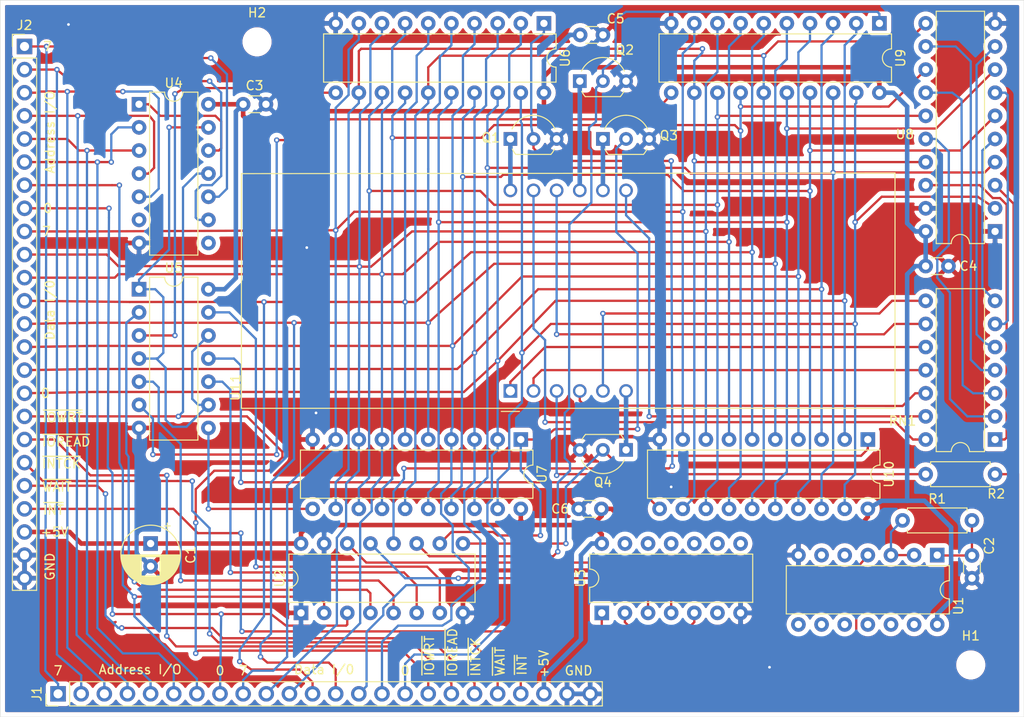
<source format=kicad_pcb>
(kicad_pcb (version 20171130) (host pcbnew "(5.1.4)-1")
  (layers (0 F.Cu signal hide) (31 B.Cu signal hide) (34 B.Paste user) (35 F.Paste user) (36 B.SilkS user) (37 F.SilkS user) (38 B.Mask user) (39 F.Mask user) (44 Edge.Cuts user))
  (net 0 "")
  (net 1 VCC)
  (net 2 GND)
  (net 3 "Net-(C2-Pad2)")
  (net 4 /A7)
  (net 5 /A6)
  (net 6 /A5)
  (net 7 /A4)
  (net 8 /A3)
  (net 9 /A2)
  (net 10 /A1)
  (net 11 /A0)
  (net 12 /I7)
  (net 13 /I6)
  (net 14 /I5)
  (net 15 /I4)
  (net 16 /I3)
  (net 17 /I2)
  (net 18 /I1)
  (net 19 /I0)
  (net 20 /~IOWRT)
  (net 21 /~IOREAD)
  (net 22 /~INTACK)
  (net 23 /~WAIT)
  (net 24 /~INT)
  (net 25 /CC1)
  (net 26 /~OE1)
  (net 27 /~OE2)
  (net 28 /CC2)
  (net 29 /CC3)
  (net 30 /~OE3)
  (net 31 /~OE4)
  (net 32 /CC4)
  (net 33 "Net-(R1-Pad1)")
  (net 34 /Di8)
  (net 35 "Net-(R2-Pad2)")
  (net 36 /Di1)
  (net 37 "Net-(RN1-Pad7)")
  (net 38 /Di2)
  (net 39 "Net-(RN1-Pad6)")
  (net 40 /Di3)
  (net 41 "Net-(RN1-Pad5)")
  (net 42 /Di4)
  (net 43 "Net-(RN1-Pad4)")
  (net 44 /Di5)
  (net 45 "Net-(RN1-Pad3)")
  (net 46 /Di6)
  (net 47 "Net-(RN1-Pad2)")
  (net 48 /Di7)
  (net 49 "Net-(RN1-Pad1)")
  (net 50 "Net-(U1-Pad4)")
  (net 51 "Net-(U2-Pad4)")
  (net 52 "Net-(U2-Pad5)")
  (net 53 "Net-(U2-Pad13)")
  (net 54 "Net-(U2-Pad6)")
  (net 55 "Net-(U2-Pad14)")
  (net 56 "Net-(U2-Pad7)")
  (net 57 "Net-(U3-Pad2)")
  (net 58 "Net-(U3-Pad6)")
  (net 59 "Net-(U4-Pad1)")
  (net 60 "Net-(U4-Pad13)")
  (net 61 /DDg2)
  (net 62 /DDg4)
  (net 63 /DDg1)
  (net 64 /DDg3)
  (net 65 /S8)
  (net 66 /S7)
  (net 67 /S6)
  (net 68 /S5)
  (net 69 /S4)
  (net 70 /S3)
  (net 71 /S2)
  (net 72 /S1)
  (module MountingHole:MountingHole_2.2mm_M2 (layer F.Cu) (at 80.264 55.372)
    (fp_text reference H2 (at 0 -3.2) (layer F.SilkS))
    (fp_text value MountingHole)
    (pad 1 np_thru_hole circle (at 0 0) (size 2.2 2.2) (drill 2.2) (layers *.Cu *.Mask))
  )
  (module MountingHole:MountingHole_2.2mm_M2 (layer F.Cu) (at 158.623 123.825)
    (fp_text reference H1 (at 0 -3.2) (layer F.SilkS))
    (fp_text value MountingHole)
    (pad 1 np_thru_hole circle (at 0 0) (size 2.2 2.2) (drill 2.2) (layers *.Cu *.Mask))
  )
  (module Package_TO_SOT_THT:TO-92L_Inline_Wide (layer F.Cu) (at 115.697 59.69)
    (fp_text reference Q2 (at 4.953 -3.429) (layer F.SilkS))
    (fp_text value 2N3906)
    (pad 2 thru_hole circle (at 2.54 0 90) (size 1.5 1.5) (drill 0.8) (layers *.Cu *.Mask) (net 27 /~OE2))
    (pad 3 thru_hole circle (at 5.08 0 90) (size 1.5 1.5) (drill 0.8) (layers *.Cu *.Mask) (net 2 GND))
    (pad 1 thru_hole rect (at 0 0 90) (size 1.5 1.5) (drill 0.8) (layers *.Cu *.Mask) (net 28 /CC2))
  )
  (module Capacitor_THT:CP_Radial_D6.3mm_P2.50mm (layer F.Cu) (at 68.58 110.49 270)
    (fp_text reference C1 (at 1.25 -4.4 90) (layer F.SilkS))
    (fp_text value 100u)
    (pad 1 thru_hole rect (at 0 0 270) (size 1.6 1.6) (drill 0.8) (layers *.Cu *.Mask) (net 1 VCC))
    (pad 2 thru_hole circle (at 2.5 0 270) (size 1.6 1.6) (drill 0.8) (layers *.Cu *.Mask) (net 2 GND))
  )
  (module Capacitor_THT:C_Disc_D3.0mm_W1.6mm_P2.50mm (layer F.Cu) (at 158.75 114.3 90)
    (fp_text reference C2 (at 3.556 1.905 90) (layer F.SilkS))
    (fp_text value 47n)
    (pad 1 thru_hole circle (at 0 0 90) (size 1.6 1.6) (drill 0.8) (layers *.Cu *.Mask) (net 2 GND))
    (pad 2 thru_hole circle (at 2.5 0 90) (size 1.6 1.6) (drill 0.8) (layers *.Cu *.Mask) (net 3 "Net-(C2-Pad2)"))
  )
  (module Capacitor_THT:C_Disc_D3.0mm_W1.6mm_P2.50mm (layer F.Cu) (at 78.74 62.23)
    (fp_text reference C3 (at 1.25 -2.05) (layer F.SilkS))
    (fp_text value 47n)
    (pad 2 thru_hole circle (at 2.5 0) (size 1.6 1.6) (drill 0.8) (layers *.Cu *.Mask) (net 2 GND))
    (pad 1 thru_hole circle (at 0 0) (size 1.6 1.6) (drill 0.8) (layers *.Cu *.Mask) (net 1 VCC))
  )
  (module Capacitor_THT:C_Disc_D3.0mm_W1.6mm_P2.50mm (layer F.Cu) (at 153.67 80.01)
    (fp_text reference C4 (at 4.699 0) (layer F.SilkS))
    (fp_text value 47n)
    (pad 1 thru_hole circle (at 0 0) (size 1.6 1.6) (drill 0.8) (layers *.Cu *.Mask) (net 1 VCC))
    (pad 2 thru_hole circle (at 2.5 0) (size 1.6 1.6) (drill 0.8) (layers *.Cu *.Mask) (net 2 GND))
  )
  (module Capacitor_THT:C_Disc_D3.0mm_W1.6mm_P2.50mm (layer F.Cu) (at 118.237 54.61 180)
    (fp_text reference C5 (at -1.397 1.778) (layer F.SilkS))
    (fp_text value 47n)
    (pad 2 thru_hole circle (at 2.5 0 180) (size 1.6 1.6) (drill 0.8) (layers *.Cu *.Mask) (net 1 VCC))
    (pad 1 thru_hole circle (at 0 0 180) (size 1.6 1.6) (drill 0.8) (layers *.Cu *.Mask) (net 2 GND))
  )
  (module Capacitor_THT:C_Disc_D3.0mm_W1.6mm_P2.50mm (layer F.Cu) (at 115.57 106.68)
    (fp_text reference C6 (at -2.032 0) (layer F.SilkS))
    (fp_text value 47n)
    (pad 1 thru_hole circle (at 0 0) (size 1.6 1.6) (drill 0.8) (layers *.Cu *.Mask) (net 2 GND))
    (pad 2 thru_hole circle (at 2.5 0) (size 1.6 1.6) (drill 0.8) (layers *.Cu *.Mask) (net 1 VCC))
  )
  (module Connector_PinHeader_2.54mm:PinHeader_1x24_P2.54mm_Vertical (layer F.Cu) (at 58.42 127 90)
    (fp_text reference J1 (at 0 -2.33 90) (layer F.SilkS))
    (fp_text value "IO out")
    (pad 1 thru_hole rect (at 0 0 90) (size 1.7 1.7) (drill 1) (layers *.Cu *.Mask) (net 4 /A7))
    (pad 2 thru_hole oval (at 0 2.54 90) (size 1.7 1.7) (drill 1) (layers *.Cu *.Mask) (net 5 /A6))
    (pad 3 thru_hole oval (at 0 5.08 90) (size 1.7 1.7) (drill 1) (layers *.Cu *.Mask) (net 6 /A5))
    (pad 4 thru_hole oval (at 0 7.62 90) (size 1.7 1.7) (drill 1) (layers *.Cu *.Mask) (net 7 /A4))
    (pad 5 thru_hole oval (at 0 10.16 90) (size 1.7 1.7) (drill 1) (layers *.Cu *.Mask) (net 8 /A3))
    (pad 6 thru_hole oval (at 0 12.7 90) (size 1.7 1.7) (drill 1) (layers *.Cu *.Mask) (net 9 /A2))
    (pad 7 thru_hole oval (at 0 15.24 90) (size 1.7 1.7) (drill 1) (layers *.Cu *.Mask) (net 10 /A1))
    (pad 8 thru_hole oval (at 0 17.78 90) (size 1.7 1.7) (drill 1) (layers *.Cu *.Mask) (net 11 /A0))
    (pad 9 thru_hole oval (at 0 20.32 90) (size 1.7 1.7) (drill 1) (layers *.Cu *.Mask) (net 12 /I7))
    (pad 10 thru_hole oval (at 0 22.86 90) (size 1.7 1.7) (drill 1) (layers *.Cu *.Mask) (net 13 /I6))
    (pad 11 thru_hole oval (at 0 25.4 90) (size 1.7 1.7) (drill 1) (layers *.Cu *.Mask) (net 14 /I5))
    (pad 12 thru_hole oval (at 0 27.94 90) (size 1.7 1.7) (drill 1) (layers *.Cu *.Mask) (net 15 /I4))
    (pad 13 thru_hole oval (at 0 30.48 90) (size 1.7 1.7) (drill 1) (layers *.Cu *.Mask) (net 16 /I3))
    (pad 14 thru_hole oval (at 0 33.02 90) (size 1.7 1.7) (drill 1) (layers *.Cu *.Mask) (net 17 /I2))
    (pad 15 thru_hole oval (at 0 35.56 90) (size 1.7 1.7) (drill 1) (layers *.Cu *.Mask) (net 18 /I1))
    (pad 16 thru_hole oval (at 0 38.1 90) (size 1.7 1.7) (drill 1) (layers *.Cu *.Mask) (net 19 /I0))
    (pad 17 thru_hole oval (at 0 40.64 90) (size 1.7 1.7) (drill 1) (layers *.Cu *.Mask) (net 20 /~IOWRT))
    (pad 18 thru_hole oval (at 0 43.18 90) (size 1.7 1.7) (drill 1) (layers *.Cu *.Mask) (net 21 /~IOREAD))
    (pad 19 thru_hole oval (at 0 45.72 90) (size 1.7 1.7) (drill 1) (layers *.Cu *.Mask) (net 22 /~INTACK))
    (pad 20 thru_hole oval (at 0 48.26 90) (size 1.7 1.7) (drill 1) (layers *.Cu *.Mask) (net 23 /~WAIT))
    (pad 21 thru_hole oval (at 0 50.8 90) (size 1.7 1.7) (drill 1) (layers *.Cu *.Mask) (net 24 /~INT))
    (pad 22 thru_hole oval (at 0 53.34 90) (size 1.7 1.7) (drill 1) (layers *.Cu *.Mask) (net 1 VCC))
    (pad 23 thru_hole oval (at 0 55.88 90) (size 1.7 1.7) (drill 1) (layers *.Cu *.Mask) (net 2 GND))
    (pad 24 thru_hole oval (at 0 58.42 90) (size 1.7 1.7) (drill 1) (layers *.Cu *.Mask) (net 2 GND))
  )
  (module Connector_PinHeader_2.54mm:PinHeader_1x24_P2.54mm_Vertical (layer F.Cu) (at 54.737 55.88)
    (fp_text reference J2 (at 0 -2.33) (layer F.SilkS))
    (fp_text value "IO in")
    (pad 24 thru_hole oval (at 0 58.42) (size 1.7 1.7) (drill 1) (layers *.Cu *.Mask) (net 2 GND))
    (pad 23 thru_hole oval (at 0 55.88) (size 1.7 1.7) (drill 1) (layers *.Cu *.Mask) (net 2 GND))
    (pad 22 thru_hole oval (at 0 53.34) (size 1.7 1.7) (drill 1) (layers *.Cu *.Mask) (net 1 VCC))
    (pad 21 thru_hole oval (at 0 50.8) (size 1.7 1.7) (drill 1) (layers *.Cu *.Mask) (net 24 /~INT))
    (pad 20 thru_hole oval (at 0 48.26) (size 1.7 1.7) (drill 1) (layers *.Cu *.Mask) (net 23 /~WAIT))
    (pad 19 thru_hole oval (at 0 45.72) (size 1.7 1.7) (drill 1) (layers *.Cu *.Mask) (net 22 /~INTACK))
    (pad 18 thru_hole oval (at 0 43.18) (size 1.7 1.7) (drill 1) (layers *.Cu *.Mask) (net 21 /~IOREAD))
    (pad 17 thru_hole oval (at 0 40.64) (size 1.7 1.7) (drill 1) (layers *.Cu *.Mask) (net 20 /~IOWRT))
    (pad 16 thru_hole oval (at 0 38.1) (size 1.7 1.7) (drill 1) (layers *.Cu *.Mask) (net 19 /I0))
    (pad 15 thru_hole oval (at 0 35.56) (size 1.7 1.7) (drill 1) (layers *.Cu *.Mask) (net 18 /I1))
    (pad 14 thru_hole oval (at 0 33.02) (size 1.7 1.7) (drill 1) (layers *.Cu *.Mask) (net 17 /I2))
    (pad 13 thru_hole oval (at 0 30.48) (size 1.7 1.7) (drill 1) (layers *.Cu *.Mask) (net 16 /I3))
    (pad 12 thru_hole oval (at 0 27.94) (size 1.7 1.7) (drill 1) (layers *.Cu *.Mask) (net 15 /I4))
    (pad 11 thru_hole oval (at 0 25.4) (size 1.7 1.7) (drill 1) (layers *.Cu *.Mask) (net 14 /I5))
    (pad 10 thru_hole oval (at 0 22.86) (size 1.7 1.7) (drill 1) (layers *.Cu *.Mask) (net 13 /I6))
    (pad 9 thru_hole oval (at 0 20.32) (size 1.7 1.7) (drill 1) (layers *.Cu *.Mask) (net 12 /I7))
    (pad 8 thru_hole oval (at 0 17.78) (size 1.7 1.7) (drill 1) (layers *.Cu *.Mask) (net 11 /A0))
    (pad 7 thru_hole oval (at 0 15.24) (size 1.7 1.7) (drill 1) (layers *.Cu *.Mask) (net 10 /A1))
    (pad 6 thru_hole oval (at 0 12.7) (size 1.7 1.7) (drill 1) (layers *.Cu *.Mask) (net 9 /A2))
    (pad 5 thru_hole oval (at 0 10.16) (size 1.7 1.7) (drill 1) (layers *.Cu *.Mask) (net 8 /A3))
    (pad 4 thru_hole oval (at 0 7.62) (size 1.7 1.7) (drill 1) (layers *.Cu *.Mask) (net 7 /A4))
    (pad 3 thru_hole oval (at 0 5.08) (size 1.7 1.7) (drill 1) (layers *.Cu *.Mask) (net 6 /A5))
    (pad 2 thru_hole oval (at 0 2.54) (size 1.7 1.7) (drill 1) (layers *.Cu *.Mask) (net 5 /A6))
    (pad 1 thru_hole rect (at 0 0) (size 1.7 1.7) (drill 1) (layers *.Cu *.Mask) (net 4 /A7))
  )
  (module Package_TO_SOT_THT:TO-92L_Inline_Wide (layer F.Cu) (at 108.077 66.04)
    (fp_text reference Q1 (at -2.159 -0.127) (layer F.SilkS))
    (fp_text value 2N3906)
    (pad 1 thru_hole rect (at 0 0 90) (size 1.5 1.5) (drill 0.8) (layers *.Cu *.Mask) (net 25 /CC1))
    (pad 3 thru_hole circle (at 5.08 0 90) (size 1.5 1.5) (drill 0.8) (layers *.Cu *.Mask) (net 2 GND))
    (pad 2 thru_hole circle (at 2.54 0 90) (size 1.5 1.5) (drill 0.8) (layers *.Cu *.Mask) (net 26 /~OE1))
  )
  (module Package_TO_SOT_THT:TO-92L_Inline_Wide (layer F.Cu) (at 118.237 66.04)
    (fp_text reference Q3 (at 7.239 -0.381) (layer F.SilkS))
    (fp_text value 2N3906)
    (pad 1 thru_hole rect (at 0 0 90) (size 1.5 1.5) (drill 0.8) (layers *.Cu *.Mask) (net 29 /CC3))
    (pad 3 thru_hole circle (at 5.08 0 90) (size 1.5 1.5) (drill 0.8) (layers *.Cu *.Mask) (net 2 GND))
    (pad 2 thru_hole circle (at 2.54 0 90) (size 1.5 1.5) (drill 0.8) (layers *.Cu *.Mask) (net 30 /~OE3))
  )
  (module Package_TO_SOT_THT:TO-92L_Inline_Wide (layer F.Cu) (at 120.777 100.203 180)
    (fp_text reference Q4 (at 2.54 -3.56) (layer F.SilkS))
    (fp_text value 2N3906)
    (pad 2 thru_hole circle (at 2.54 0 270) (size 1.5 1.5) (drill 0.8) (layers *.Cu *.Mask) (net 31 /~OE4))
    (pad 3 thru_hole circle (at 5.08 0 270) (size 1.5 1.5) (drill 0.8) (layers *.Cu *.Mask) (net 2 GND))
    (pad 1 thru_hole rect (at 0 0 270) (size 1.5 1.5) (drill 0.8) (layers *.Cu *.Mask) (net 32 /CC4))
  )
  (module Resistor_THT:R_Axial_DIN0207_L6.3mm_D2.5mm_P7.62mm_Horizontal (layer F.Cu) (at 151.13 107.95)
    (fp_text reference R1 (at 3.81 -2.37) (layer F.SilkS))
    (fp_text value 47k)
    (pad 2 thru_hole oval (at 7.62 0) (size 1.6 1.6) (drill 0.8) (layers *.Cu *.Mask) (net 3 "Net-(C2-Pad2)"))
    (pad 1 thru_hole circle (at 0 0) (size 1.6 1.6) (drill 0.8) (layers *.Cu *.Mask) (net 33 "Net-(R1-Pad1)"))
  )
  (module Resistor_THT:R_Axial_DIN0207_L6.3mm_D2.5mm_P7.62mm_Horizontal (layer F.Cu) (at 153.67 102.87)
    (fp_text reference R2 (at 7.747 2.159) (layer F.SilkS))
    (fp_text value 220)
    (pad 1 thru_hole circle (at 0 0) (size 1.6 1.6) (drill 0.8) (layers *.Cu *.Mask) (net 34 /Di8))
    (pad 2 thru_hole oval (at 7.62 0) (size 1.6 1.6) (drill 0.8) (layers *.Cu *.Mask) (net 35 "Net-(R2-Pad2)"))
  )
  (module Package_DIP:DIP-14_W7.62mm (layer F.Cu) (at 161.29 99.06 180)
    (fp_text reference RN1 (at 10.16 2.032) (layer F.SilkS))
    (fp_text value 220x7)
    (pad 14 thru_hole oval (at 7.62 0 180) (size 1.6 1.6) (drill 0.8) (layers *.Cu *.Mask) (net 36 /Di1))
    (pad 7 thru_hole oval (at 0 15.24 180) (size 1.6 1.6) (drill 0.8) (layers *.Cu *.Mask) (net 37 "Net-(RN1-Pad7)"))
    (pad 13 thru_hole oval (at 7.62 2.54 180) (size 1.6 1.6) (drill 0.8) (layers *.Cu *.Mask) (net 38 /Di2))
    (pad 6 thru_hole oval (at 0 12.7 180) (size 1.6 1.6) (drill 0.8) (layers *.Cu *.Mask) (net 39 "Net-(RN1-Pad6)"))
    (pad 12 thru_hole oval (at 7.62 5.08 180) (size 1.6 1.6) (drill 0.8) (layers *.Cu *.Mask) (net 40 /Di3))
    (pad 5 thru_hole oval (at 0 10.16 180) (size 1.6 1.6) (drill 0.8) (layers *.Cu *.Mask) (net 41 "Net-(RN1-Pad5)"))
    (pad 11 thru_hole oval (at 7.62 7.62 180) (size 1.6 1.6) (drill 0.8) (layers *.Cu *.Mask) (net 42 /Di4))
    (pad 4 thru_hole oval (at 0 7.62 180) (size 1.6 1.6) (drill 0.8) (layers *.Cu *.Mask) (net 43 "Net-(RN1-Pad4)"))
    (pad 10 thru_hole oval (at 7.62 10.16 180) (size 1.6 1.6) (drill 0.8) (layers *.Cu *.Mask) (net 44 /Di5))
    (pad 3 thru_hole oval (at 0 5.08 180) (size 1.6 1.6) (drill 0.8) (layers *.Cu *.Mask) (net 45 "Net-(RN1-Pad3)"))
    (pad 9 thru_hole oval (at 7.62 12.7 180) (size 1.6 1.6) (drill 0.8) (layers *.Cu *.Mask) (net 46 /Di6))
    (pad 2 thru_hole oval (at 0 2.54 180) (size 1.6 1.6) (drill 0.8) (layers *.Cu *.Mask) (net 47 "Net-(RN1-Pad2)"))
    (pad 8 thru_hole oval (at 7.62 15.24 180) (size 1.6 1.6) (drill 0.8) (layers *.Cu *.Mask) (net 48 /Di7))
    (pad 1 thru_hole rect (at 0 0 180) (size 1.6 1.6) (drill 0.8) (layers *.Cu *.Mask) (net 49 "Net-(RN1-Pad1)"))
  )
  (module Package_DIP:DIP-14_W7.62mm (layer F.Cu) (at 154.94 111.76 270)
    (fp_text reference U1 (at 5.588 -2.33 90) (layer F.SilkS))
    (fp_text value 74HC14)
    (pad 1 thru_hole rect (at 0 0 270) (size 1.6 1.6) (drill 0.8) (layers *.Cu *.Mask) (net 3 "Net-(C2-Pad2)"))
    (pad 8 thru_hole oval (at 7.62 15.24 270) (size 1.6 1.6) (drill 0.8) (layers *.Cu *.Mask))
    (pad 2 thru_hole oval (at 0 2.54 270) (size 1.6 1.6) (drill 0.8) (layers *.Cu *.Mask) (net 33 "Net-(R1-Pad1)"))
    (pad 9 thru_hole oval (at 7.62 12.7 270) (size 1.6 1.6) (drill 0.8) (layers *.Cu *.Mask))
    (pad 3 thru_hole oval (at 0 5.08 270) (size 1.6 1.6) (drill 0.8) (layers *.Cu *.Mask) (net 33 "Net-(R1-Pad1)"))
    (pad 10 thru_hole oval (at 7.62 10.16 270) (size 1.6 1.6) (drill 0.8) (layers *.Cu *.Mask))
    (pad 4 thru_hole oval (at 0 7.62 270) (size 1.6 1.6) (drill 0.8) (layers *.Cu *.Mask) (net 50 "Net-(U1-Pad4)"))
    (pad 11 thru_hole oval (at 7.62 7.62 270) (size 1.6 1.6) (drill 0.8) (layers *.Cu *.Mask))
    (pad 5 thru_hole oval (at 0 10.16 270) (size 1.6 1.6) (drill 0.8) (layers *.Cu *.Mask))
    (pad 12 thru_hole oval (at 7.62 5.08 270) (size 1.6 1.6) (drill 0.8) (layers *.Cu *.Mask))
    (pad 6 thru_hole oval (at 0 12.7 270) (size 1.6 1.6) (drill 0.8) (layers *.Cu *.Mask))
    (pad 13 thru_hole oval (at 7.62 2.54 270) (size 1.6 1.6) (drill 0.8) (layers *.Cu *.Mask))
    (pad 7 thru_hole oval (at 0 15.24 270) (size 1.6 1.6) (drill 0.8) (layers *.Cu *.Mask) (net 2 GND))
    (pad 14 thru_hole oval (at 7.62 0 270) (size 1.6 1.6) (drill 0.8) (layers *.Cu *.Mask) (net 1 VCC))
  )
  (module Package_DIP:DIP-16_W7.62mm (layer F.Cu) (at 85.09 118.11 90)
    (fp_text reference U2 (at 3.81 -2.33 90) (layer F.SilkS))
    (fp_text value 74LS139)
    (pad 1 thru_hole rect (at 0 0 90) (size 1.6 1.6) (drill 0.8) (layers *.Cu *.Mask) (net 2 GND))
    (pad 9 thru_hole oval (at 7.62 17.78 90) (size 1.6 1.6) (drill 0.8) (layers *.Cu *.Mask) (net 31 /~OE4))
    (pad 2 thru_hole oval (at 0 2.54 90) (size 1.6 1.6) (drill 0.8) (layers *.Cu *.Mask) (net 10 /A1))
    (pad 10 thru_hole oval (at 7.62 15.24 90) (size 1.6 1.6) (drill 0.8) (layers *.Cu *.Mask) (net 30 /~OE3))
    (pad 3 thru_hole oval (at 0 5.08 90) (size 1.6 1.6) (drill 0.8) (layers *.Cu *.Mask) (net 11 /A0))
    (pad 11 thru_hole oval (at 7.62 12.7 90) (size 1.6 1.6) (drill 0.8) (layers *.Cu *.Mask) (net 27 /~OE2))
    (pad 4 thru_hole oval (at 0 7.62 90) (size 1.6 1.6) (drill 0.8) (layers *.Cu *.Mask) (net 51 "Net-(U2-Pad4)"))
    (pad 12 thru_hole oval (at 7.62 10.16 90) (size 1.6 1.6) (drill 0.8) (layers *.Cu *.Mask) (net 26 /~OE1))
    (pad 5 thru_hole oval (at 0 10.16 90) (size 1.6 1.6) (drill 0.8) (layers *.Cu *.Mask) (net 52 "Net-(U2-Pad5)"))
    (pad 13 thru_hole oval (at 7.62 7.62 90) (size 1.6 1.6) (drill 0.8) (layers *.Cu *.Mask) (net 53 "Net-(U2-Pad13)"))
    (pad 6 thru_hole oval (at 0 12.7 90) (size 1.6 1.6) (drill 0.8) (layers *.Cu *.Mask) (net 54 "Net-(U2-Pad6)"))
    (pad 14 thru_hole oval (at 7.62 5.08 90) (size 1.6 1.6) (drill 0.8) (layers *.Cu *.Mask) (net 55 "Net-(U2-Pad14)"))
    (pad 7 thru_hole oval (at 0 15.24 90) (size 1.6 1.6) (drill 0.8) (layers *.Cu *.Mask) (net 56 "Net-(U2-Pad7)"))
    (pad 15 thru_hole oval (at 7.62 2.54 90) (size 1.6 1.6) (drill 0.8) (layers *.Cu *.Mask) (net 2 GND))
    (pad 8 thru_hole oval (at 0 17.78 90) (size 1.6 1.6) (drill 0.8) (layers *.Cu *.Mask) (net 2 GND))
    (pad 16 thru_hole oval (at 7.62 0 90) (size 1.6 1.6) (drill 0.8) (layers *.Cu *.Mask) (net 1 VCC))
  )
  (module Package_DIP:DIP-14_W7.62mm (layer F.Cu) (at 118.11 118.11 90)
    (fp_text reference U3 (at 3.81 -2.33 90) (layer F.SilkS))
    (fp_text value 74LS393)
    (pad 1 thru_hole rect (at 0 0 90) (size 1.6 1.6) (drill 0.8) (layers *.Cu *.Mask) (net 50 "Net-(U1-Pad4)"))
    (pad 8 thru_hole oval (at 7.62 15.24 90) (size 1.6 1.6) (drill 0.8) (layers *.Cu *.Mask))
    (pad 2 thru_hole oval (at 0 2.54 90) (size 1.6 1.6) (drill 0.8) (layers *.Cu *.Mask) (net 57 "Net-(U3-Pad2)"))
    (pad 9 thru_hole oval (at 7.62 12.7 90) (size 1.6 1.6) (drill 0.8) (layers *.Cu *.Mask))
    (pad 3 thru_hole oval (at 0 5.08 90) (size 1.6 1.6) (drill 0.8) (layers *.Cu *.Mask) (net 53 "Net-(U2-Pad13)"))
    (pad 10 thru_hole oval (at 7.62 10.16 90) (size 1.6 1.6) (drill 0.8) (layers *.Cu *.Mask))
    (pad 4 thru_hole oval (at 0 7.62 90) (size 1.6 1.6) (drill 0.8) (layers *.Cu *.Mask) (net 55 "Net-(U2-Pad14)"))
    (pad 11 thru_hole oval (at 7.62 7.62 90) (size 1.6 1.6) (drill 0.8) (layers *.Cu *.Mask))
    (pad 5 thru_hole oval (at 0 10.16 90) (size 1.6 1.6) (drill 0.8) (layers *.Cu *.Mask) (net 57 "Net-(U3-Pad2)"))
    (pad 12 thru_hole oval (at 7.62 5.08 90) (size 1.6 1.6) (drill 0.8) (layers *.Cu *.Mask))
    (pad 6 thru_hole oval (at 0 12.7 90) (size 1.6 1.6) (drill 0.8) (layers *.Cu *.Mask) (net 58 "Net-(U3-Pad6)"))
    (pad 13 thru_hole oval (at 7.62 2.54 90) (size 1.6 1.6) (drill 0.8) (layers *.Cu *.Mask))
    (pad 7 thru_hole oval (at 0 15.24 90) (size 1.6 1.6) (drill 0.8) (layers *.Cu *.Mask) (net 2 GND))
    (pad 14 thru_hole oval (at 7.62 0 90) (size 1.6 1.6) (drill 0.8) (layers *.Cu *.Mask) (net 1 VCC))
  )
  (module Package_DIP:DIP-14_W7.62mm (layer F.Cu) (at 67.31 62.23)
    (fp_text reference U4 (at 3.81 -2.33) (layer F.SilkS))
    (fp_text value 4072)
    (pad 1 thru_hole rect (at 0 0) (size 1.6 1.6) (drill 0.8) (layers *.Cu *.Mask) (net 59 "Net-(U4-Pad1)"))
    (pad 8 thru_hole oval (at 7.62 15.24) (size 1.6 1.6) (drill 0.8) (layers *.Cu *.Mask))
    (pad 2 thru_hole oval (at 0 2.54) (size 1.6 1.6) (drill 0.8) (layers *.Cu *.Mask) (net 9 /A2))
    (pad 9 thru_hole oval (at 7.62 12.7) (size 1.6 1.6) (drill 0.8) (layers *.Cu *.Mask) (net 5 /A6))
    (pad 3 thru_hole oval (at 0 5.08) (size 1.6 1.6) (drill 0.8) (layers *.Cu *.Mask) (net 8 /A3))
    (pad 10 thru_hole oval (at 7.62 10.16) (size 1.6 1.6) (drill 0.8) (layers *.Cu *.Mask) (net 4 /A7))
    (pad 4 thru_hole oval (at 0 7.62) (size 1.6 1.6) (drill 0.8) (layers *.Cu *.Mask) (net 7 /A4))
    (pad 11 thru_hole oval (at 7.62 7.62) (size 1.6 1.6) (drill 0.8) (layers *.Cu *.Mask) (net 20 /~IOWRT))
    (pad 5 thru_hole oval (at 0 10.16) (size 1.6 1.6) (drill 0.8) (layers *.Cu *.Mask) (net 6 /A5))
    (pad 12 thru_hole oval (at 7.62 5.08) (size 1.6 1.6) (drill 0.8) (layers *.Cu *.Mask) (net 59 "Net-(U4-Pad1)"))
    (pad 6 thru_hole oval (at 0 12.7) (size 1.6 1.6) (drill 0.8) (layers *.Cu *.Mask))
    (pad 13 thru_hole oval (at 7.62 2.54) (size 1.6 1.6) (drill 0.8) (layers *.Cu *.Mask) (net 60 "Net-(U4-Pad13)"))
    (pad 7 thru_hole oval (at 0 15.24) (size 1.6 1.6) (drill 0.8) (layers *.Cu *.Mask) (net 2 GND))
    (pad 14 thru_hole oval (at 7.62 0) (size 1.6 1.6) (drill 0.8) (layers *.Cu *.Mask) (net 1 VCC))
  )
  (module Package_DIP:DIP-14_W7.62mm (layer F.Cu) (at 67.31 82.55)
    (fp_text reference U5 (at 3.81 -2.33) (layer F.SilkS))
    (fp_text value 74LS32)
    (pad 14 thru_hole oval (at 7.62 0) (size 1.6 1.6) (drill 0.8) (layers *.Cu *.Mask) (net 1 VCC))
    (pad 7 thru_hole oval (at 0 15.24) (size 1.6 1.6) (drill 0.8) (layers *.Cu *.Mask) (net 2 GND))
    (pad 13 thru_hole oval (at 7.62 2.54) (size 1.6 1.6) (drill 0.8) (layers *.Cu *.Mask) (net 56 "Net-(U2-Pad7)"))
    (pad 6 thru_hole oval (at 0 12.7) (size 1.6 1.6) (drill 0.8) (layers *.Cu *.Mask) (net 61 /DDg2))
    (pad 12 thru_hole oval (at 7.62 5.08) (size 1.6 1.6) (drill 0.8) (layers *.Cu *.Mask) (net 60 "Net-(U4-Pad13)"))
    (pad 5 thru_hole oval (at 0 10.16) (size 1.6 1.6) (drill 0.8) (layers *.Cu *.Mask) (net 52 "Net-(U2-Pad5)"))
    (pad 11 thru_hole oval (at 7.62 7.62) (size 1.6 1.6) (drill 0.8) (layers *.Cu *.Mask) (net 62 /DDg4))
    (pad 4 thru_hole oval (at 0 7.62) (size 1.6 1.6) (drill 0.8) (layers *.Cu *.Mask) (net 60 "Net-(U4-Pad13)"))
    (pad 10 thru_hole oval (at 7.62 10.16) (size 1.6 1.6) (drill 0.8) (layers *.Cu *.Mask) (net 54 "Net-(U2-Pad6)"))
    (pad 3 thru_hole oval (at 0 5.08) (size 1.6 1.6) (drill 0.8) (layers *.Cu *.Mask) (net 63 /DDg1))
    (pad 9 thru_hole oval (at 7.62 12.7) (size 1.6 1.6) (drill 0.8) (layers *.Cu *.Mask) (net 60 "Net-(U4-Pad13)"))
    (pad 2 thru_hole oval (at 0 2.54) (size 1.6 1.6) (drill 0.8) (layers *.Cu *.Mask) (net 51 "Net-(U2-Pad4)"))
    (pad 8 thru_hole oval (at 7.62 15.24) (size 1.6 1.6) (drill 0.8) (layers *.Cu *.Mask) (net 64 /DDg3))
    (pad 1 thru_hole rect (at 0 0) (size 1.6 1.6) (drill 0.8) (layers *.Cu *.Mask) (net 60 "Net-(U4-Pad13)"))
  )
  (module Package_DIP:DIP-20_W7.62mm (layer F.Cu) (at 111.76 53.34 270)
    (fp_text reference U6 (at 3.81 -2.33 90) (layer F.SilkS))
    (fp_text value 74HCT574)
    (pad 1 thru_hole rect (at 0 0 270) (size 1.6 1.6) (drill 0.8) (layers *.Cu *.Mask) (net 26 /~OE1))
    (pad 11 thru_hole oval (at 7.62 22.86 270) (size 1.6 1.6) (drill 0.8) (layers *.Cu *.Mask) (net 63 /DDg1))
    (pad 2 thru_hole oval (at 0 2.54 270) (size 1.6 1.6) (drill 0.8) (layers *.Cu *.Mask) (net 19 /I0))
    (pad 12 thru_hole oval (at 7.62 20.32 270) (size 1.6 1.6) (drill 0.8) (layers *.Cu *.Mask) (net 65 /S8))
    (pad 3 thru_hole oval (at 0 5.08 270) (size 1.6 1.6) (drill 0.8) (layers *.Cu *.Mask) (net 18 /I1))
    (pad 13 thru_hole oval (at 7.62 17.78 270) (size 1.6 1.6) (drill 0.8) (layers *.Cu *.Mask) (net 66 /S7))
    (pad 4 thru_hole oval (at 0 7.62 270) (size 1.6 1.6) (drill 0.8) (layers *.Cu *.Mask) (net 17 /I2))
    (pad 14 thru_hole oval (at 7.62 15.24 270) (size 1.6 1.6) (drill 0.8) (layers *.Cu *.Mask) (net 67 /S6))
    (pad 5 thru_hole oval (at 0 10.16 270) (size 1.6 1.6) (drill 0.8) (layers *.Cu *.Mask) (net 16 /I3))
    (pad 15 thru_hole oval (at 7.62 12.7 270) (size 1.6 1.6) (drill 0.8) (layers *.Cu *.Mask) (net 68 /S5))
    (pad 6 thru_hole oval (at 0 12.7 270) (size 1.6 1.6) (drill 0.8) (layers *.Cu *.Mask) (net 15 /I4))
    (pad 16 thru_hole oval (at 7.62 10.16 270) (size 1.6 1.6) (drill 0.8) (layers *.Cu *.Mask) (net 69 /S4))
    (pad 7 thru_hole oval (at 0 15.24 270) (size 1.6 1.6) (drill 0.8) (layers *.Cu *.Mask) (net 14 /I5))
    (pad 17 thru_hole oval (at 7.62 7.62 270) (size 1.6 1.6) (drill 0.8) (layers *.Cu *.Mask) (net 70 /S3))
    (pad 8 thru_hole oval (at 0 17.78 270) (size 1.6 1.6) (drill 0.8) (layers *.Cu *.Mask) (net 13 /I6))
    (pad 18 thru_hole oval (at 7.62 5.08 270) (size 1.6 1.6) (drill 0.8) (layers *.Cu *.Mask) (net 71 /S2))
    (pad 9 thru_hole oval (at 0 20.32 270) (size 1.6 1.6) (drill 0.8) (layers *.Cu *.Mask) (net 12 /I7))
    (pad 19 thru_hole oval (at 7.62 2.54 270) (size 1.6 1.6) (drill 0.8) (layers *.Cu *.Mask) (net 72 /S1))
    (pad 10 thru_hole oval (at 0 22.86 270) (size 1.6 1.6) (drill 0.8) (layers *.Cu *.Mask) (net 2 GND))
    (pad 20 thru_hole oval (at 7.62 0 270) (size 1.6 1.6) (drill 0.8) (layers *.Cu *.Mask) (net 1 VCC))
  )
  (module Package_DIP:DIP-20_W7.62mm (layer F.Cu) (at 109.22 99.06 270)
    (fp_text reference U7 (at 3.81 -2.33 90) (layer F.SilkS))
    (fp_text value 74HCT574)
    (pad 20 thru_hole oval (at 7.62 0 270) (size 1.6 1.6) (drill 0.8) (layers *.Cu *.Mask) (net 1 VCC))
    (pad 10 thru_hole oval (at 0 22.86 270) (size 1.6 1.6) (drill 0.8) (layers *.Cu *.Mask) (net 2 GND))
    (pad 19 thru_hole oval (at 7.62 2.54 270) (size 1.6 1.6) (drill 0.8) (layers *.Cu *.Mask) (net 72 /S1))
    (pad 9 thru_hole oval (at 0 20.32 270) (size 1.6 1.6) (drill 0.8) (layers *.Cu *.Mask) (net 12 /I7))
    (pad 18 thru_hole oval (at 7.62 5.08 270) (size 1.6 1.6) (drill 0.8) (layers *.Cu *.Mask) (net 71 /S2))
    (pad 8 thru_hole oval (at 0 17.78 270) (size 1.6 1.6) (drill 0.8) (layers *.Cu *.Mask) (net 13 /I6))
    (pad 17 thru_hole oval (at 7.62 7.62 270) (size 1.6 1.6) (drill 0.8) (layers *.Cu *.Mask) (net 70 /S3))
    (pad 7 thru_hole oval (at 0 15.24 270) (size 1.6 1.6) (drill 0.8) (layers *.Cu *.Mask) (net 14 /I5))
    (pad 16 thru_hole oval (at 7.62 10.16 270) (size 1.6 1.6) (drill 0.8) (layers *.Cu *.Mask) (net 69 /S4))
    (pad 6 thru_hole oval (at 0 12.7 270) (size 1.6 1.6) (drill 0.8) (layers *.Cu *.Mask) (net 15 /I4))
    (pad 15 thru_hole oval (at 7.62 12.7 270) (size 1.6 1.6) (drill 0.8) (layers *.Cu *.Mask) (net 68 /S5))
    (pad 5 thru_hole oval (at 0 10.16 270) (size 1.6 1.6) (drill 0.8) (layers *.Cu *.Mask) (net 16 /I3))
    (pad 14 thru_hole oval (at 7.62 15.24 270) (size 1.6 1.6) (drill 0.8) (layers *.Cu *.Mask) (net 67 /S6))
    (pad 4 thru_hole oval (at 0 7.62 270) (size 1.6 1.6) (drill 0.8) (layers *.Cu *.Mask) (net 17 /I2))
    (pad 13 thru_hole oval (at 7.62 17.78 270) (size 1.6 1.6) (drill 0.8) (layers *.Cu *.Mask) (net 66 /S7))
    (pad 3 thru_hole oval (at 0 5.08 270) (size 1.6 1.6) (drill 0.8) (layers *.Cu *.Mask) (net 18 /I1))
    (pad 12 thru_hole oval (at 7.62 20.32 270) (size 1.6 1.6) (drill 0.8) (layers *.Cu *.Mask) (net 65 /S8))
    (pad 2 thru_hole oval (at 0 2.54 270) (size 1.6 1.6) (drill 0.8) (layers *.Cu *.Mask) (net 19 /I0))
    (pad 11 thru_hole oval (at 7.62 22.86 270) (size 1.6 1.6) (drill 0.8) (layers *.Cu *.Mask) (net 64 /DDg3))
    (pad 1 thru_hole rect (at 0 0 270) (size 1.6 1.6) (drill 0.8) (layers *.Cu *.Mask) (net 30 /~OE3))
  )
  (module Package_DIP:DIP-20_W7.62mm (layer F.Cu) (at 161.29 76.2 180)
    (fp_text reference U8 (at 9.906 10.668) (layer F.SilkS))
    (fp_text value 74LS241)
    (pad 1 thru_hole rect (at 0 0 180) (size 1.6 1.6) (drill 0.8) (layers *.Cu *.Mask) (net 2 GND))
    (pad 11 thru_hole oval (at 7.62 22.86 180) (size 1.6 1.6) (drill 0.8) (layers *.Cu *.Mask) (net 68 /S5))
    (pad 2 thru_hole oval (at 0 2.54 180) (size 1.6 1.6) (drill 0.8) (layers *.Cu *.Mask) (net 72 /S1))
    (pad 12 thru_hole oval (at 7.62 20.32 180) (size 1.6 1.6) (drill 0.8) (layers *.Cu *.Mask) (net 43 "Net-(RN1-Pad4)"))
    (pad 3 thru_hole oval (at 0 5.08 180) (size 1.6 1.6) (drill 0.8) (layers *.Cu *.Mask) (net 35 "Net-(R2-Pad2)"))
    (pad 13 thru_hole oval (at 7.62 17.78 180) (size 1.6 1.6) (drill 0.8) (layers *.Cu *.Mask) (net 67 /S6))
    (pad 4 thru_hole oval (at 0 7.62 180) (size 1.6 1.6) (drill 0.8) (layers *.Cu *.Mask) (net 71 /S2))
    (pad 14 thru_hole oval (at 7.62 15.24 180) (size 1.6 1.6) (drill 0.8) (layers *.Cu *.Mask) (net 45 "Net-(RN1-Pad3)"))
    (pad 5 thru_hole oval (at 0 10.16 180) (size 1.6 1.6) (drill 0.8) (layers *.Cu *.Mask) (net 37 "Net-(RN1-Pad7)"))
    (pad 15 thru_hole oval (at 7.62 12.7 180) (size 1.6 1.6) (drill 0.8) (layers *.Cu *.Mask) (net 66 /S7))
    (pad 6 thru_hole oval (at 0 12.7 180) (size 1.6 1.6) (drill 0.8) (layers *.Cu *.Mask) (net 70 /S3))
    (pad 16 thru_hole oval (at 7.62 10.16 180) (size 1.6 1.6) (drill 0.8) (layers *.Cu *.Mask) (net 47 "Net-(RN1-Pad2)"))
    (pad 7 thru_hole oval (at 0 15.24 180) (size 1.6 1.6) (drill 0.8) (layers *.Cu *.Mask) (net 39 "Net-(RN1-Pad6)"))
    (pad 17 thru_hole oval (at 7.62 7.62 180) (size 1.6 1.6) (drill 0.8) (layers *.Cu *.Mask) (net 65 /S8))
    (pad 8 thru_hole oval (at 0 17.78 180) (size 1.6 1.6) (drill 0.8) (layers *.Cu *.Mask) (net 69 /S4))
    (pad 18 thru_hole oval (at 7.62 5.08 180) (size 1.6 1.6) (drill 0.8) (layers *.Cu *.Mask) (net 49 "Net-(RN1-Pad1)"))
    (pad 9 thru_hole oval (at 0 20.32 180) (size 1.6 1.6) (drill 0.8) (layers *.Cu *.Mask) (net 41 "Net-(RN1-Pad5)"))
    (pad 19 thru_hole oval (at 7.62 2.54 180) (size 1.6 1.6) (drill 0.8) (layers *.Cu *.Mask) (net 2 GND))
    (pad 10 thru_hole oval (at 0 22.86 180) (size 1.6 1.6) (drill 0.8) (layers *.Cu *.Mask) (net 2 GND))
    (pad 20 thru_hole oval (at 7.62 0 180) (size 1.6 1.6) (drill 0.8) (layers *.Cu *.Mask) (net 1 VCC))
  )
  (module Package_DIP:DIP-20_W7.62mm (layer F.Cu) (at 148.59 53.34 270)
    (fp_text reference U9 (at 3.81 -2.33 90) (layer F.SilkS))
    (fp_text value 74HCT574)
    (pad 1 thru_hole rect (at 0 0 270) (size 1.6 1.6) (drill 0.8) (layers *.Cu *.Mask) (net 27 /~OE2))
    (pad 11 thru_hole oval (at 7.62 22.86 270) (size 1.6 1.6) (drill 0.8) (layers *.Cu *.Mask) (net 61 /DDg2))
    (pad 2 thru_hole oval (at 0 2.54 270) (size 1.6 1.6) (drill 0.8) (layers *.Cu *.Mask) (net 19 /I0))
    (pad 12 thru_hole oval (at 7.62 20.32 270) (size 1.6 1.6) (drill 0.8) (layers *.Cu *.Mask) (net 65 /S8))
    (pad 3 thru_hole oval (at 0 5.08 270) (size 1.6 1.6) (drill 0.8) (layers *.Cu *.Mask) (net 18 /I1))
    (pad 13 thru_hole oval (at 7.62 17.78 270) (size 1.6 1.6) (drill 0.8) (layers *.Cu *.Mask) (net 66 /S7))
    (pad 4 thru_hole oval (at 0 7.62 270) (size 1.6 1.6) (drill 0.8) (layers *.Cu *.Mask) (net 17 /I2))
    (pad 14 thru_hole oval (at 7.62 15.24 270) (size 1.6 1.6) (drill 0.8) (layers *.Cu *.Mask) (net 67 /S6))
    (pad 5 thru_hole oval (at 0 10.16 270) (size 1.6 1.6) (drill 0.8) (layers *.Cu *.Mask) (net 16 /I3))
    (pad 15 thru_hole oval (at 7.62 12.7 270) (size 1.6 1.6) (drill 0.8) (layers *.Cu *.Mask) (net 68 /S5))
    (pad 6 thru_hole oval (at 0 12.7 270) (size 1.6 1.6) (drill 0.8) (layers *.Cu *.Mask) (net 15 /I4))
    (pad 16 thru_hole oval (at 7.62 10.16 270) (size 1.6 1.6) (drill 0.8) (layers *.Cu *.Mask) (net 69 /S4))
    (pad 7 thru_hole oval (at 0 15.24 270) (size 1.6 1.6) (drill 0.8) (layers *.Cu *.Mask) (net 14 /I5))
    (pad 17 thru_hole oval (at 7.62 7.62 270) (size 1.6 1.6) (drill 0.8) (layers *.Cu *.Mask) (net 70 /S3))
    (pad 8 thru_hole oval (at 0 17.78 270) (size 1.6 1.6) (drill 0.8) (layers *.Cu *.Mask) (net 13 /I6))
    (pad 18 thru_hole oval (at 7.62 5.08 270) (size 1.6 1.6) (drill 0.8) (layers *.Cu *.Mask) (net 71 /S2))
    (pad 9 thru_hole oval (at 0 20.32 270) (size 1.6 1.6) (drill 0.8) (layers *.Cu *.Mask) (net 12 /I7))
    (pad 19 thru_hole oval (at 7.62 2.54 270) (size 1.6 1.6) (drill 0.8) (layers *.Cu *.Mask) (net 72 /S1))
    (pad 10 thru_hole oval (at 0 22.86 270) (size 1.6 1.6) (drill 0.8) (layers *.Cu *.Mask) (net 2 GND))
    (pad 20 thru_hole oval (at 7.62 0 270) (size 1.6 1.6) (drill 0.8) (layers *.Cu *.Mask) (net 1 VCC))
  )
  (module Package_DIP:DIP-20_W7.62mm (layer F.Cu) (at 147.32 99.06 270)
    (fp_text reference U10 (at 3.81 -2.33 90) (layer F.SilkS))
    (fp_text value 74HCT574)
    (pad 20 thru_hole oval (at 7.62 0 270) (size 1.6 1.6) (drill 0.8) (layers *.Cu *.Mask) (net 1 VCC))
    (pad 10 thru_hole oval (at 0 22.86 270) (size 1.6 1.6) (drill 0.8) (layers *.Cu *.Mask) (net 2 GND))
    (pad 19 thru_hole oval (at 7.62 2.54 270) (size 1.6 1.6) (drill 0.8) (layers *.Cu *.Mask) (net 72 /S1))
    (pad 9 thru_hole oval (at 0 20.32 270) (size 1.6 1.6) (drill 0.8) (layers *.Cu *.Mask) (net 12 /I7))
    (pad 18 thru_hole oval (at 7.62 5.08 270) (size 1.6 1.6) (drill 0.8) (layers *.Cu *.Mask) (net 71 /S2))
    (pad 8 thru_hole oval (at 0 17.78 270) (size 1.6 1.6) (drill 0.8) (layers *.Cu *.Mask) (net 13 /I6))
    (pad 17 thru_hole oval (at 7.62 7.62 270) (size 1.6 1.6) (drill 0.8) (layers *.Cu *.Mask) (net 70 /S3))
    (pad 7 thru_hole oval (at 0 15.24 270) (size 1.6 1.6) (drill 0.8) (layers *.Cu *.Mask) (net 14 /I5))
    (pad 16 thru_hole oval (at 7.62 10.16 270) (size 1.6 1.6) (drill 0.8) (layers *.Cu *.Mask) (net 69 /S4))
    (pad 6 thru_hole oval (at 0 12.7 270) (size 1.6 1.6) (drill 0.8) (layers *.Cu *.Mask) (net 15 /I4))
    (pad 15 thru_hole oval (at 7.62 12.7 270) (size 1.6 1.6) (drill 0.8) (layers *.Cu *.Mask) (net 68 /S5))
    (pad 5 thru_hole oval (at 0 10.16 270) (size 1.6 1.6) (drill 0.8) (layers *.Cu *.Mask) (net 16 /I3))
    (pad 14 thru_hole oval (at 7.62 15.24 270) (size 1.6 1.6) (drill 0.8) (layers *.Cu *.Mask) (net 67 /S6))
    (pad 4 thru_hole oval (at 0 7.62 270) (size 1.6 1.6) (drill 0.8) (layers *.Cu *.Mask) (net 17 /I2))
    (pad 13 thru_hole oval (at 7.62 17.78 270) (size 1.6 1.6) (drill 0.8) (layers *.Cu *.Mask) (net 66 /S7))
    (pad 3 thru_hole oval (at 0 5.08 270) (size 1.6 1.6) (drill 0.8) (layers *.Cu *.Mask) (net 18 /I1))
    (pad 12 thru_hole oval (at 7.62 20.32 270) (size 1.6 1.6) (drill 0.8) (layers *.Cu *.Mask) (net 65 /S8))
    (pad 2 thru_hole oval (at 0 2.54 270) (size 1.6 1.6) (drill 0.8) (layers *.Cu *.Mask) (net 19 /I0))
    (pad 11 thru_hole oval (at 7.62 22.86 270) (size 1.6 1.6) (drill 0.8) (layers *.Cu *.Mask) (net 62 /DDg4))
    (pad 1 thru_hole rect (at 0 0 270) (size 1.6 1.6) (drill 0.8) (layers *.Cu *.Mask) (net 31 /~OE4))
  )
  (module Display_7Segment:ATA8401ARBJ (layer F.Cu) (at 108.077 93.726 90)
    (fp_text reference U11 (at 0.381 -30.1625 90) (layer F.SilkS))
    (fp_text value ATA8401ARBJ)
    (pad 1 thru_hole rect (at 0 0 90) (size 1.5 1.5) (drill 1) (layers *.Cu *.Mask) (net 44 /Di5))
    (pad 2 thru_hole circle (at 0 2.54 90) (size 1.5 1.5) (drill 1) (layers *.Cu *.Mask) (net 42 /Di4))
    (pad 3 thru_hole circle (at 0 5.08 90) (size 1.5 1.5) (drill 1) (layers *.Cu *.Mask) (net 34 /Di8))
    (pad 4 thru_hole circle (at 0 7.62 90) (size 1.5 1.5) (drill 1) (layers *.Cu *.Mask) (net 40 /Di3))
    (pad 5 thru_hole circle (at 0 10.16 90) (size 1.5 1.5) (drill 1) (layers *.Cu *.Mask) (net 48 /Di7))
    (pad 6 thru_hole circle (at 0 12.7 90) (size 1.5 1.5) (drill 1) (layers *.Cu *.Mask) (net 32 /CC4))
    (pad 7 thru_hole circle (at 22.0345 12.7 90) (size 1.5 1.5) (drill 1) (layers *.Cu *.Mask) (net 38 /Di2))
    (pad 8 thru_hole circle (at 22.0345 10.16 90) (size 1.5 1.5) (drill 1) (layers *.Cu *.Mask) (net 29 /CC3))
    (pad 9 thru_hole circle (at 22.0345 7.62 90) (size 1.5 1.5) (drill 1) (layers *.Cu *.Mask) (net 28 /CC2))
    (pad 10 thru_hole circle (at 22.0345 5.08 90) (size 1.5 1.5) (drill 1) (layers *.Cu *.Mask) (net 46 /Di6))
    (pad 11 thru_hole circle (at 22.0345 2.54 90) (size 1.5 1.5) (drill 1) (layers *.Cu *.Mask) (net 36 /Di1))
    (pad 12 thru_hole circle (at 22.0345 0 90) (size 1.5 1.5) (drill 1) (layers *.Cu *.Mask) (net 25 /CC1))
  )
  (gr_text "Data I/0" (at 87.63 124.333) (layer F.SilkS) (effects (font (size 1 1))))
  (gr_text 0 (at 76.2 124.46) (layer F.SilkS) (effects (font (size 1 1))))
  (gr_text 7 (at 58.42 124.46) (layer F.SilkS) (effects (font (size 1 1))))
  (gr_text ~INTCK (at 104.267 122.936 90) (layer F.SilkS) (effects (font (size 1 1))))
  (gr_text ~WAIT (at 106.934 123.444 90) (layer F.SilkS) (effects (font (size 1 1))))
  (gr_text 0 (at 96.52 124.46) (layer F.SilkS) (effects (font (size 1 1))))
  (gr_text ~INT (at 109.347 123.825 90) (layer F.SilkS) (effects (font (size 1 1))))
  (gr_text ~IOREAD (at 101.727 122.428 90) (layer F.SilkS) (effects (font (size 1 1))))
  (gr_text ~IOWRT (at 99.187 122.809 90) (layer F.SilkS) (effects (font (size 1 1))))
  (gr_text +5V (at 111.76 123.698 90) (layer F.SilkS) (effects (font (size 1 1))))
  (gr_text 7 (at 78.74 124.46) (layer F.SilkS) (effects (font (size 1 1))))
  (gr_text "Address I/O" (at 67.437 124.333) (layer F.SilkS) (effects (font (size 1 1))))
  (gr_text GND (at 115.57 124.46) (layer F.SilkS) (effects (font (size 1 1))))
  (gr_text "Data I/0" (at 57.531 84.836 90) (layer F.SilkS) (effects (font (size 1 1))))
  (gr_text 0 (at 57.277 73.66) (layer F.SilkS) (effects (font (size 1 1))))
  (gr_text 7 (at 57.277 55.88) (layer F.SilkS) (effects (font (size 1 1))))
  (gr_text ~INTCK (at 58.801 101.727) (layer F.SilkS) (effects (font (size 1 1))))
  (gr_text ~WAIT (at 58.293 104.267) (layer F.SilkS) (effects (font (size 1 1))))
  (gr_text 0 (at 57.023 93.98) (layer F.SilkS) (effects (font (size 1 1))))
  (gr_text ~INT (at 57.912 106.807) (layer F.SilkS) (effects (font (size 1 1))))
  (gr_text ~IOREAD (at 59.309 99.314) (layer F.SilkS) (effects (font (size 1 1))))
  (gr_text ~IOWRT (at 58.928 96.647) (layer F.SilkS) (effects (font (size 1 1))))
  (gr_text +5V (at 58.039 109.22) (layer F.SilkS) (effects (font (size 1 1))))
  (gr_text 7 (at 57.15 76.2) (layer F.SilkS) (effects (font (size 1 1))))
  (gr_text "Address I/O" (at 57.531 65.278 90) (layer F.SilkS) (effects (font (size 1 1))))
  (gr_text GND (at 57.531 113.03 90) (layer F.SilkS) (effects (font (size 1 1))))
  (gr_line (start 164.465 129.54) (end 164.465 50.8) (layer Edge.Cuts) (width 0.05))
  (gr_line (start 52.07 129.54) (end 164.465 129.54) (layer Edge.Cuts) (width 0.05))
  (gr_line (start 52.07 50.8) (end 52.07 129.54) (layer Edge.Cuts) (width 0.05))
  (gr_line (start 164.465 50.8) (end 52.07 50.8) (layer Edge.Cuts) (width 0.05))
  (segment (start 68.58 110.49) (end 85.09 110.49) (width 0.5) (layer F.Cu) (net 1))
  (segment (start 109.22 107.95) (end 109.22 106.68) (width 0.5) (layer F.Cu) (net 1))
  (segment (start 108.712 108.458) (end 109.22 107.95) (width 0.5) (layer F.Cu) (net 1))
  (segment (start 85.99063 108.458) (end 108.712 108.458) (width 0.5) (layer F.Cu) (net 1))
  (segment (start 85.09 110.49) (end 85.09 109.35863) (width 0.5) (layer F.Cu) (net 1))
  (segment (start 85.09 109.35863) (end 85.99063 108.458) (width 0.5) (layer F.Cu) (net 1))
  (segment (start 109.22 107.95) (end 109.728 108.458) (width 0.5) (layer F.Cu) (net 1))
  (segment (start 109.728 108.458) (end 117.094 108.458) (width 0.5) (layer F.Cu) (net 1))
  (segment (start 117.094 108.458) (end 118.11 107.442) (width 0.5) (layer F.Cu) (net 1))
  (segment (start 118.07 107.402) (end 118.07 106.68) (width 0.5) (layer F.Cu) (net 1))
  (segment (start 118.11 107.442) (end 118.07 107.402) (width 0.5) (layer F.Cu) (net 1))
  (segment (start 117.094 108.458) (end 118.11 109.474) (width 0.5) (layer F.Cu) (net 1))
  (segment (start 118.11 109.474) (end 118.11 110.49) (width 0.5) (layer F.Cu) (net 1))
  (segment (start 148.59 60.96) (end 148.59 59.82863) (width 0.5) (layer F.Cu) (net 1))
  (segment (start 148.59 59.82863) (end 146.92737 58.166) (width 0.5) (layer F.Cu) (net 1))
  (segment (start 111.76 59.182) (end 111.76 60.96) (width 0.5) (layer F.Cu) (net 1))
  (segment (start 119.38 58.166) (end 112.776 58.166) (width 0.5) (layer F.Cu) (net 1))
  (segment (start 112.776 58.166) (end 111.76 59.182) (width 0.5) (layer F.Cu) (net 1))
  (segment (start 76.06137 62.23) (end 78.74 62.23) (width 0.5) (layer F.Cu) (net 1))
  (segment (start 74.93 62.23) (end 76.06137 62.23) (width 0.5) (layer F.Cu) (net 1))
  (segment (start 78.74 63.5) (end 78.74 62.23) (width 0.5) (layer F.Cu) (net 1))
  (segment (start 111.76 62.484) (end 111.252 62.992) (width 0.5) (layer F.Cu) (net 1))
  (segment (start 111.76 60.96) (end 111.76 62.484) (width 0.5) (layer F.Cu) (net 1))
  (segment (start 111.252 62.992) (end 85.852 62.992) (width 0.5) (layer F.Cu) (net 1))
  (segment (start 85.852 62.992) (end 84.836 64.008) (width 0.5) (layer F.Cu) (net 1))
  (segment (start 84.836 64.008) (end 79.248 64.008) (width 0.5) (layer F.Cu) (net 1))
  (segment (start 79.248 64.008) (end 78.74 63.5) (width 0.5) (layer F.Cu) (net 1))
  (segment (start 77.940001 63.029999) (end 77.940001 81.317999) (width 0.5) (layer B.Cu) (net 1))
  (segment (start 78.74 62.23) (end 77.940001 63.029999) (width 0.5) (layer B.Cu) (net 1))
  (segment (start 76.708 82.55) (end 74.93 82.55) (width 0.5) (layer B.Cu) (net 1))
  (segment (start 77.940001 81.317999) (end 76.708 82.55) (width 0.5) (layer B.Cu) (net 1))
  (segment (start 153.67 76.2) (end 152.53863 76.2) (width 0.5) (layer B.Cu) (net 1))
  (segment (start 148.59 60.96) (end 150.114 60.96) (width 0.5) (layer B.Cu) (net 1))
  (segment (start 150.114 60.96) (end 151.638 62.484) (width 0.5) (layer B.Cu) (net 1))
  (segment (start 151.638 75.29937) (end 152.53863 76.2) (width 0.5) (layer B.Cu) (net 1))
  (segment (start 151.638 62.484) (end 151.638 75.29937) (width 0.5) (layer B.Cu) (net 1))
  (segment (start 146.92737 58.166) (end 120.65 58.166) (width 0.5) (layer F.Cu) (net 1))
  (segment (start 120.015 58.166) (end 119.38 58.166) (width 0.5) (layer F.Cu) (net 1))
  (segment (start 120.269 58.166) (end 120.015 58.166) (width 0.5) (layer F.Cu) (net 1))
  (segment (start 120.65 58.166) (end 120.269 58.166) (width 0.5) (layer F.Cu) (net 1))
  (segment (start 111.76 59.82863) (end 111.76 60.96) (width 0.5) (layer B.Cu) (net 1))
  (segment (start 111.76 57.45563) (end 111.76 59.82863) (width 0.5) (layer B.Cu) (net 1))
  (segment (start 114.60563 54.61) (end 111.76 57.45563) (width 0.5) (layer B.Cu) (net 1))
  (segment (start 115.737 54.61) (end 114.60563 54.61) (width 0.5) (layer B.Cu) (net 1))
  (segment (start 153.67 76.2) (end 153.67 80.01) (width 0.5) (layer B.Cu) (net 1))
  (segment (start 54.737 109.22) (end 59.69 109.22) (width 0.5) (layer F.Cu) (net 1))
  (segment (start 59.69 109.22) (end 60.96 110.49) (width 0.5) (layer F.Cu) (net 1))
  (segment (start 60.96 110.49) (end 61.341 110.49) (width 0.5) (layer F.Cu) (net 1))
  (segment (start 61.341 110.49) (end 68.58 110.49) (width 0.5) (layer F.Cu) (net 1))
  (segment (start 111.76 125.095) (end 111.76 127) (width 0.5) (layer B.Cu) (net 1))
  (segment (start 115.824 121.031) (end 111.76 125.095) (width 0.5) (layer B.Cu) (net 1))
  (segment (start 115.824 111.76) (end 115.824 121.031) (width 0.5) (layer B.Cu) (net 1))
  (segment (start 118.11 110.49) (end 116.97863 110.49) (width 0.5) (layer B.Cu) (net 1))
  (segment (start 116.97863 110.49) (end 115.824 111.76) (width 0.5) (layer B.Cu) (net 1))
  (segment (start 147.32 107.54526) (end 147.32 106.68) (width 0.5) (layer F.Cu) (net 1))
  (segment (start 146.558 108.458) (end 147.32 107.54526) (width 0.5) (layer F.Cu) (net 1))
  (segment (start 121.031 108.458) (end 146.558 108.458) (width 0.5) (layer F.Cu) (net 1))
  (segment (start 118.07 106.68) (end 119.20137 106.68) (width 0.5) (layer F.Cu) (net 1))
  (segment (start 119.20137 106.68) (end 121.031 108.458) (width 0.5) (layer F.Cu) (net 1))
  (segment (start 151.638 80.91063) (end 151.638 105.791) (width 0.5) (layer B.Cu) (net 1))
  (segment (start 153.67 80.01) (end 152.53863 80.01) (width 0.5) (layer B.Cu) (net 1))
  (segment (start 152.53863 80.01) (end 151.638 80.91063) (width 0.5) (layer B.Cu) (net 1))
  (segment (start 148.844 105.791) (end 147.32 106.68) (width 0.5) (layer B.Cu) (net 1))
  (segment (start 151.638 105.791) (end 148.844 105.791) (width 0.5) (layer B.Cu) (net 1))
  (segment (start 153.543 105.791) (end 151.638 105.791) (width 0.5) (layer B.Cu) (net 1))
  (segment (start 156.464 108.712) (end 153.543 105.791) (width 0.5) (layer B.Cu) (net 1))
  (segment (start 156.464 116.713) (end 156.464 108.712) (width 0.5) (layer B.Cu) (net 1))
  (segment (start 154.94 119.38) (end 154.94 118.24863) (width 0.5) (layer B.Cu) (net 1))
  (segment (start 154.94 118.24863) (end 156.464 116.713) (width 0.5) (layer B.Cu) (net 1))
  (via (at 85.725 77.978) (size 0.6) (drill 0.3) (layers F.Cu B.Cu) (net 2))
  (via (at 86.741 96.139) (size 0.6) (drill 0.3) (layers F.Cu B.Cu) (net 2))
  (via (at 59.563 53.467) (size 0.6) (drill 0.3) (layers F.Cu B.Cu) (net 2))
  (via (at 125.73 104.267) (size 0.6) (drill 0.3) (layers F.Cu B.Cu) (net 2))
  (via (at 136.525 124.079) (size 0.6) (drill 0.3) (layers F.Cu B.Cu) (net 2))
  (segment (start 158.75 107.95) (end 158.75 111.8) (width 0.25) (layer F.Cu) (net 3))
  (segment (start 154.98 111.8) (end 154.94 111.76) (width 0.25) (layer F.Cu) (net 3))
  (segment (start 158.75 111.8) (end 154.98 111.8) (width 0.25) (layer F.Cu) (net 3))
  (segment (start 76.073 72.39) (end 74.93 72.39) (width 0.25) (layer B.Cu) (net 4))
  (segment (start 76.962 58.928) (end 76.962 71.501) (width 0.25) (layer B.Cu) (net 4))
  (segment (start 76.962 71.501) (end 76.073 72.39) (width 0.25) (layer B.Cu) (net 4))
  (segment (start 75.184 57.15) (end 76.962 58.928) (width 0.25) (layer B.Cu) (net 4))
  (via (at 75.184 57.15) (size 0.6) (drill 0.3) (layers F.Cu B.Cu) (net 4))
  (via (at 57.15 55.88) (size 0.6) (drill 0.3) (layers F.Cu B.Cu) (net 4))
  (segment (start 60.706 57.15) (end 75.184 57.15) (width 0.25) (layer F.Cu) (net 4))
  (segment (start 59.436 55.88) (end 60.706 57.15) (width 0.25) (layer F.Cu) (net 4))
  (segment (start 57.15 55.88) (end 59.436 55.88) (width 0.25) (layer F.Cu) (net 4))
  (segment (start 54.737 55.88) (end 57.15 55.88) (width 0.25) (layer F.Cu) (net 4))
  (segment (start 58.42 125.9) (end 58.42 127) (width 0.25) (layer B.Cu) (net 4))
  (segment (start 57.234 124.714) (end 58.42 125.9) (width 0.25) (layer B.Cu) (net 4))
  (segment (start 57.15 55.88) (end 57.023 124.46) (width 0.25) (layer B.Cu) (net 4))
  (segment (start 57.023 124.46) (end 57.234 124.714) (width 0.25) (layer B.Cu) (net 4))
  (segment (start 76.327 60.96) (end 75.057 59.69) (width 0.25) (layer B.Cu) (net 5))
  (segment (start 76.327 70.104) (end 76.327 60.96) (width 0.25) (layer B.Cu) (net 5))
  (segment (start 74.93 74.93) (end 73.787 74.93) (width 0.25) (layer B.Cu) (net 5))
  (segment (start 73.533 74.676) (end 73.533 71.755) (width 0.25) (layer B.Cu) (net 5))
  (segment (start 73.533 71.755) (end 74.168 71.12) (width 0.25) (layer B.Cu) (net 5))
  (segment (start 74.168 71.12) (end 75.311 71.12) (width 0.25) (layer B.Cu) (net 5))
  (segment (start 73.787 74.93) (end 73.533 74.676) (width 0.25) (layer B.Cu) (net 5))
  (segment (start 75.311 71.12) (end 76.327 70.104) (width 0.25) (layer B.Cu) (net 5))
  (via (at 75.057 59.69) (size 0.6) (drill 0.3) (layers F.Cu B.Cu) (net 5))
  (segment (start 58.293 58.42) (end 54.737 58.42) (width 0.25) (layer F.Cu) (net 5))
  (via (at 58.293 58.42) (size 0.6) (drill 0.3) (layers F.Cu B.Cu) (net 5))
  (segment (start 59.817 59.69) (end 75.057 59.69) (width 0.25) (layer F.Cu) (net 5))
  (segment (start 58.293 58.42) (end 59.817 59.69) (width 0.25) (layer F.Cu) (net 5))
  (segment (start 60.96 124.968) (end 60.96 127) (width 0.25) (layer B.Cu) (net 5))
  (segment (start 58.293 58.42) (end 58.293 122.682) (width 0.25) (layer B.Cu) (net 5))
  (segment (start 58.293 122.682) (end 60.96 124.968) (width 0.25) (layer B.Cu) (net 5))
  (segment (start 69.469 71.501) (end 69.469 61.595) (width 0.25) (layer B.Cu) (net 6))
  (segment (start 69.469 61.595) (end 68.707 60.833) (width 0.25) (layer B.Cu) (net 6))
  (segment (start 68.707 60.833) (end 65.532 60.833) (width 0.25) (layer B.Cu) (net 6))
  (segment (start 68.58 72.39) (end 69.469 71.501) (width 0.25) (layer B.Cu) (net 6))
  (segment (start 67.31 72.39) (end 68.58 72.39) (width 0.25) (layer B.Cu) (net 6))
  (via (at 65.532 60.833) (size 0.6) (drill 0.3) (layers F.Cu B.Cu) (net 6))
  (segment (start 56.261 60.96) (end 54.737 60.96) (width 0.25) (layer F.Cu) (net 6))
  (segment (start 56.388 60.833) (end 56.261 60.96) (width 0.25) (layer F.Cu) (net 6))
  (segment (start 59.436 60.833) (end 56.388 60.833) (width 0.25) (layer F.Cu) (net 6))
  (segment (start 65.532 60.833) (end 59.436 60.833) (width 0.25) (layer F.Cu) (net 6))
  (via (at 59.436 60.833) (size 0.6) (drill 0.3) (layers F.Cu B.Cu) (net 6))
  (segment (start 63.5 125.73) (end 63.5 127) (width 0.25) (layer B.Cu) (net 6))
  (segment (start 59.436 60.833) (end 59.436 121.92) (width 0.25) (layer B.Cu) (net 6))
  (segment (start 59.436 121.92) (end 63.5 125.73) (width 0.25) (layer B.Cu) (net 6))
  (segment (start 68.326 69.85) (end 67.31 69.85) (width 0.25) (layer F.Cu) (net 7))
  (segment (start 68.961 69.215) (end 68.326 69.85) (width 0.25) (layer F.Cu) (net 7))
  (segment (start 68.961 64.135) (end 68.961 69.215) (width 0.25) (layer F.Cu) (net 7))
  (segment (start 68.453 63.5) (end 68.961 64.135) (width 0.25) (layer F.Cu) (net 7))
  (segment (start 60.579 63.5) (end 68.453 63.5) (width 0.25) (layer F.Cu) (net 7))
  (segment (start 54.737 63.5) (end 60.579 63.5) (width 0.25) (layer F.Cu) (net 7))
  (via (at 60.579 63.5) (size 0.6) (drill 0.3) (layers F.Cu B.Cu) (net 7))
  (segment (start 60.579 63.5) (end 60.452 120.523) (width 0.25) (layer B.Cu) (net 7))
  (segment (start 66.04 125.797919) (end 66.04 127) (width 0.25) (layer B.Cu) (net 7))
  (segment (start 65.972081 125.73) (end 66.04 125.797919) (width 0.25) (layer B.Cu) (net 7))
  (segment (start 64.77 124.587) (end 65.972081 125.73) (width 0.25) (layer B.Cu) (net 7))
  (segment (start 60.452 120.523) (end 64.77 124.587) (width 0.25) (layer B.Cu) (net 7))
  (segment (start 59.436 66.04) (end 54.737 66.04) (width 0.25) (layer F.Cu) (net 8))
  (segment (start 60.706 67.31) (end 59.436 66.04) (width 0.25) (layer F.Cu) (net 8))
  (segment (start 61.595 120.396) (end 61.595 67.31) (width 0.25) (layer B.Cu) (net 8))
  (segment (start 61.595 67.31) (end 60.706 67.31) (width 0.25) (layer F.Cu) (net 8))
  (segment (start 67.31 67.31) (end 61.595 67.31) (width 0.25) (layer F.Cu) (net 8))
  (segment (start 65.659 124.46) (end 61.595 120.396) (width 0.25) (layer B.Cu) (net 8))
  (segment (start 68.58 127) (end 68.58 125.603) (width 0.25) (layer B.Cu) (net 8))
  (segment (start 68.58 125.603) (end 67.437 124.46) (width 0.25) (layer B.Cu) (net 8))
  (segment (start 67.437 124.46) (end 65.659 124.46) (width 0.25) (layer B.Cu) (net 8))
  (via (at 61.595 67.31) (size 0.6) (drill 0.3) (layers F.Cu B.Cu) (net 8))
  (via (at 64.262 68.58) (size 0.6) (drill 0.3) (layers F.Cu B.Cu) (net 9))
  (segment (start 62.484 68.58) (end 54.737 68.58) (width 0.25) (layer F.Cu) (net 9))
  (segment (start 65.024 64.77) (end 67.31 64.77) (width 0.25) (layer B.Cu) (net 9))
  (segment (start 64.262 68.58) (end 64.262 65.532) (width 0.25) (layer B.Cu) (net 9))
  (segment (start 64.262 65.532) (end 65.024 64.77) (width 0.25) (layer B.Cu) (net 9))
  (segment (start 62.738 119.761) (end 62.738 68.58) (width 0.25) (layer B.Cu) (net 9))
  (segment (start 65.532 122.555) (end 62.738 119.761) (width 0.25) (layer B.Cu) (net 9))
  (segment (start 64.262 68.58) (end 62.738 68.58) (width 0.25) (layer F.Cu) (net 9))
  (segment (start 71.12 127) (end 71.12 124.206) (width 0.25) (layer B.Cu) (net 9))
  (segment (start 71.12 124.206) (end 69.469 122.555) (width 0.25) (layer B.Cu) (net 9))
  (segment (start 69.469 122.555) (end 65.532 122.555) (width 0.25) (layer B.Cu) (net 9))
  (segment (start 62.738 68.58) (end 62.484 68.58) (width 0.25) (layer F.Cu) (net 9))
  (via (at 62.738 68.58) (size 0.6) (drill 0.3) (layers F.Cu B.Cu) (net 9))
  (via (at 66.802 116.332) (size 0.6) (drill 0.3) (layers F.Cu B.Cu) (net 10))
  (segment (start 83.185 116.332) (end 66.802 116.332) (width 0.25) (layer F.Cu) (net 10))
  (segment (start 87.63 118.11) (end 87.63 116.967) (width 0.25) (layer F.Cu) (net 10))
  (segment (start 87.63 116.967) (end 86.995 116.332) (width 0.25) (layer F.Cu) (net 10))
  (segment (start 86.995 116.332) (end 83.185 116.332) (width 0.25) (layer F.Cu) (net 10))
  (segment (start 66.802 118.491) (end 66.802 116.332) (width 0.25) (layer B.Cu) (net 10))
  (segment (start 73.66 127) (end 73.66 125.349) (width 0.25) (layer B.Cu) (net 10))
  (segment (start 73.66 125.349) (end 66.802 118.491) (width 0.25) (layer B.Cu) (net 10))
  (segment (start 65.532 115.062) (end 66.802 116.332) (width 0.25) (layer B.Cu) (net 10))
  (segment (start 65.151 71.12) (end 64.345736 71.12) (width 0.25) (layer F.Cu) (net 10))
  (via (at 65.151 71.12) (size 0.6) (drill 0.3) (layers F.Cu B.Cu) (net 10))
  (segment (start 64.345736 71.12) (end 54.737 71.12) (width 0.25) (layer F.Cu) (net 10))
  (segment (start 65.151 71.12) (end 65.151 101.6) (width 0.25) (layer B.Cu) (net 10))
  (segment (start 65.151 101.6) (end 65.532 102.464533) (width 0.25) (layer B.Cu) (net 10))
  (segment (start 65.532 102.464533) (end 65.532 115.062) (width 0.25) (layer B.Cu) (net 10))
  (segment (start 83.439 119.507) (end 81.788 118.237) (width 0.25) (layer F.Cu) (net 11))
  (segment (start 90.043 119.507) (end 83.439 119.507) (width 0.25) (layer F.Cu) (net 11))
  (segment (start 90.17 118.11) (end 90.17 119.38) (width 0.25) (layer F.Cu) (net 11))
  (segment (start 90.17 119.38) (end 90.043 119.507) (width 0.25) (layer F.Cu) (net 11))
  (via (at 76.327 118.237) (size 0.6) (drill 0.3) (layers F.Cu B.Cu) (net 11))
  (segment (start 76.2 127) (end 76.327 118.237) (width 0.25) (layer B.Cu) (net 11))
  (segment (start 76.327 118.237) (end 81.788 118.237) (width 0.25) (layer F.Cu) (net 11))
  (via (at 64.389 118.237) (size 0.6) (drill 0.3) (layers F.Cu B.Cu) (net 11))
  (segment (start 64.389 118.237) (end 76.327 118.237) (width 0.25) (layer F.Cu) (net 11))
  (via (at 64.008 73.66) (size 0.6) (drill 0.3) (layers F.Cu B.Cu) (net 11))
  (segment (start 54.737 73.66) (end 64.008 73.66) (width 0.25) (layer F.Cu) (net 11))
  (segment (start 64.389 102.743) (end 64.389 118.237) (width 0.25) (layer B.Cu) (net 11))
  (segment (start 63.881 102.108) (end 64.389 102.743) (width 0.25) (layer B.Cu) (net 11))
  (segment (start 64.008 73.66) (end 64.008 74.676) (width 0.25) (layer B.Cu) (net 11))
  (segment (start 64.008 74.676) (end 63.881 102.108) (width 0.25) (layer B.Cu) (net 11))
  (segment (start 91.44 55.118) (end 91.44 53.34) (width 0.25) (layer B.Cu) (net 12))
  (segment (start 88.9 99.06) (end 88.9 76.073) (width 0.25) (layer B.Cu) (net 12))
  (segment (start 61.982245 76.2) (end 54.737 76.2) (width 0.25) (layer F.Cu) (net 12))
  (segment (start 88.9 76.073) (end 88.9 62.625002) (width 0.25) (layer B.Cu) (net 12))
  (segment (start 88.9 62.625002) (end 90.314999 61.210003) (width 0.25) (layer B.Cu) (net 12))
  (segment (start 90.314999 61.210003) (end 90.314999 56.243001) (width 0.25) (layer B.Cu) (net 12))
  (segment (start 90.314999 56.243001) (end 91.44 55.118) (width 0.25) (layer B.Cu) (net 12))
  (segment (start 88.9 76.073) (end 61.982245 76.2) (width 0.25) (layer F.Cu) (net 12))
  (via (at 88.9 76.073) (size 0.6) (drill 0.3) (layers F.Cu B.Cu) (net 12))
  (segment (start 83.566 104.14) (end 88.9 99.06) (width 0.25) (layer B.Cu) (net 12))
  (segment (start 83.566 122.936) (end 83.566 104.14) (width 0.25) (layer B.Cu) (net 12))
  (segment (start 82.042 124.46) (end 83.566 122.936) (width 0.25) (layer B.Cu) (net 12))
  (segment (start 78.74 125.476) (end 79.756 124.46) (width 0.25) (layer B.Cu) (net 12))
  (segment (start 79.756 124.46) (end 82.042 124.46) (width 0.25) (layer B.Cu) (net 12))
  (segment (start 78.74 127) (end 78.74 125.476) (width 0.25) (layer B.Cu) (net 12))
  (segment (start 127 74.041) (end 127 56.642) (width 0.25) (layer B.Cu) (net 12))
  (segment (start 127 56.642) (end 128.27 55.372) (width 0.25) (layer B.Cu) (net 12))
  (segment (start 128.27 55.372) (end 128.27 53.34) (width 0.25) (layer B.Cu) (net 12))
  (segment (start 127 74.041) (end 127 99.06) (width 0.25) (layer B.Cu) (net 12))
  (via (at 127 74.041) (size 0.6) (drill 0.3) (layers F.Cu B.Cu) (net 12))
  (segment (start 90.932 74.041) (end 88.9 76.073) (width 0.25) (layer F.Cu) (net 12))
  (segment (start 127 74.041) (end 90.932 74.041) (width 0.25) (layer F.Cu) (net 12))
  (segment (start 92.71 62.103) (end 91.567 63.246) (width 0.25) (layer B.Cu) (net 13))
  (segment (start 92.71 55.74137) (end 92.71 62.103) (width 0.25) (layer B.Cu) (net 13))
  (segment (start 93.98 53.34) (end 93.98 54.47137) (width 0.25) (layer B.Cu) (net 13))
  (segment (start 93.98 54.47137) (end 92.71 55.74137) (width 0.25) (layer B.Cu) (net 13))
  (via (at 91.507342 80.069658) (size 0.6) (drill 0.3) (layers F.Cu B.Cu) (net 13))
  (segment (start 91.567 63.246) (end 91.507342 80.069658) (width 0.25) (layer B.Cu) (net 13))
  (segment (start 91.507342 80.069658) (end 91.44 99.06) (width 0.25) (layer B.Cu) (net 13))
  (segment (start 91.447684 80.01) (end 91.507342 80.069658) (width 0.25) (layer F.Cu) (net 13))
  (segment (start 65.024 80.01) (end 91.447684 80.01) (width 0.25) (layer F.Cu) (net 13))
  (segment (start 65.024 80.01) (end 63.754 78.74) (width 0.25) (layer F.Cu) (net 13))
  (segment (start 63.754 78.74) (end 54.737 78.74) (width 0.25) (layer F.Cu) (net 13))
  (segment (start 82.129999 126.150001) (end 81.28 127) (width 0.25) (layer B.Cu) (net 13))
  (segment (start 91.44 102.489) (end 90.043 103.886) (width 0.25) (layer B.Cu) (net 13))
  (segment (start 91.44 99.06) (end 91.44 102.489) (width 0.25) (layer B.Cu) (net 13))
  (segment (start 90.043 103.886) (end 90.043 108.585) (width 0.25) (layer B.Cu) (net 13))
  (segment (start 90.043 108.585) (end 89.027 109.855) (width 0.25) (layer B.Cu) (net 13))
  (segment (start 89.027 109.855) (end 89.027 119.38) (width 0.25) (layer B.Cu) (net 13))
  (segment (start 89.027 119.38) (end 82.129999 126.150001) (width 0.25) (layer B.Cu) (net 13))
  (segment (start 130.81 58.674) (end 130.81 53.34) (width 0.25) (layer B.Cu) (net 13))
  (segment (start 129.54 59.944) (end 130.81 58.674) (width 0.25) (layer B.Cu) (net 13))
  (segment (start 129.54 99.06) (end 129.54 76.2) (width 0.25) (layer B.Cu) (net 13))
  (segment (start 129.54 76.2) (end 129.54 59.944) (width 0.25) (layer B.Cu) (net 13))
  (via (at 129.54 76.2) (size 0.6) (drill 0.3) (layers F.Cu B.Cu) (net 13))
  (segment (start 92.777342 80.069658) (end 91.507342 80.069658) (width 0.25) (layer F.Cu) (net 13))
  (segment (start 129.54 76.2) (end 97.282 76.2) (width 0.25) (layer F.Cu) (net 13))
  (segment (start 97.282 76.2) (end 92.777342 80.069658) (width 0.25) (layer F.Cu) (net 13))
  (segment (start 96.52 53.34) (end 96.52 54.61) (width 0.25) (layer B.Cu) (net 14))
  (segment (start 95.105001 56.024999) (end 95.105001 61.958001) (width 0.25) (layer B.Cu) (net 14))
  (segment (start 96.52 54.61) (end 95.105001 56.024999) (width 0.25) (layer B.Cu) (net 14))
  (segment (start 95.105001 61.958001) (end 93.98 63.083002) (width 0.25) (layer B.Cu) (net 14))
  (segment (start 93.98 63.083002) (end 93.98 99.06) (width 0.25) (layer B.Cu) (net 14))
  (via (at 93.98 80.899) (size 0.6) (drill 0.3) (layers F.Cu B.Cu) (net 14))
  (segment (start 65.024 80.899) (end 64.643 81.28) (width 0.25) (layer F.Cu) (net 14))
  (segment (start 93.98 80.899) (end 65.024 80.899) (width 0.25) (layer F.Cu) (net 14))
  (segment (start 64.643 81.28) (end 54.737 81.28) (width 0.25) (layer F.Cu) (net 14))
  (segment (start 93.98 100.19137) (end 93.98 99.06) (width 0.25) (layer B.Cu) (net 14))
  (segment (start 91.584999 119.235001) (end 91.584999 108.200003) (width 0.25) (layer B.Cu) (net 14))
  (segment (start 83.82 127) (end 91.584999 119.235001) (width 0.25) (layer B.Cu) (net 14))
  (segment (start 91.584999 108.200003) (end 92.854999 106.930003) (width 0.25) (layer B.Cu) (net 14))
  (segment (start 92.854999 106.930003) (end 92.837 104.521) (width 0.25) (layer B.Cu) (net 14))
  (segment (start 92.837 104.521) (end 93.98 103.124) (width 0.25) (layer B.Cu) (net 14))
  (segment (start 93.98 103.124) (end 93.98 100.19137) (width 0.25) (layer B.Cu) (net 14))
  (segment (start 133.35 54.61) (end 133.35 53.34) (width 0.25) (layer B.Cu) (net 14))
  (segment (start 132.08 77.343) (end 132.08 55.88) (width 0.25) (layer B.Cu) (net 14))
  (segment (start 132.08 55.88) (end 133.35 54.61) (width 0.25) (layer B.Cu) (net 14))
  (segment (start 132.08 77.343) (end 132.08 99.06) (width 0.25) (layer B.Cu) (net 14))
  (via (at 132.08 77.343) (size 0.6) (drill 0.3) (layers F.Cu B.Cu) (net 14))
  (segment (start 96.266 80.899) (end 93.98 80.899) (width 0.25) (layer F.Cu) (net 14))
  (segment (start 132.08 77.343) (end 100.203 77.343) (width 0.25) (layer F.Cu) (net 14))
  (segment (start 100.203 77.343) (end 96.266 80.899) (width 0.25) (layer F.Cu) (net 14))
  (segment (start 84.963 124.333) (end 86.36 125.73) (width 0.25) (layer F.Cu) (net 15))
  (segment (start 86.36 125.73) (end 86.36 127) (width 0.25) (layer F.Cu) (net 15))
  (via (at 78.359 123.444) (size 0.6) (drill 0.3) (layers F.Cu B.Cu) (net 15))
  (segment (start 78.359 123.444) (end 79.629 124.333) (width 0.25) (layer F.Cu) (net 15))
  (segment (start 79.629 124.333) (end 84.963 124.333) (width 0.25) (layer F.Cu) (net 15))
  (segment (start 81.026 118.491) (end 78.359 122.174) (width 0.25) (layer B.Cu) (net 15))
  (segment (start 78.359 122.174) (end 78.359 123.444) (width 0.25) (layer B.Cu) (net 15))
  (segment (start 81.026 83.947) (end 81.026 118.491) (width 0.25) (layer B.Cu) (net 15))
  (via (at 81.026 83.947) (size 0.6) (drill 0.3) (layers F.Cu B.Cu) (net 15))
  (segment (start 66.277874 83.947) (end 54.737 83.82) (width 0.25) (layer F.Cu) (net 15))
  (segment (start 81.026 83.947) (end 66.277874 83.947) (width 0.25) (layer F.Cu) (net 15))
  (segment (start 81.026 83.947) (end 96.52 83.947) (width 0.25) (layer F.Cu) (net 15))
  (segment (start 99.06 55.372) (end 99.06 53.34) (width 0.25) (layer B.Cu) (net 15))
  (segment (start 99.06 55.626) (end 99.06 55.372) (width 0.25) (layer B.Cu) (net 15))
  (segment (start 96.52 99.06) (end 96.52 83.947) (width 0.25) (layer B.Cu) (net 15))
  (segment (start 96.52 63.246) (end 97.79 61.976) (width 0.25) (layer B.Cu) (net 15))
  (segment (start 96.52 83.947) (end 96.52 63.246) (width 0.25) (layer B.Cu) (net 15))
  (segment (start 97.79 61.976) (end 97.79 56.896) (width 0.25) (layer B.Cu) (net 15))
  (segment (start 97.79 56.896) (end 99.06 55.626) (width 0.25) (layer B.Cu) (net 15))
  (via (at 96.52 83.947) (size 0.6) (drill 0.3) (layers F.Cu B.Cu) (net 15))
  (segment (start 134.62 56.007) (end 135.89 54.737) (width 0.25) (layer B.Cu) (net 15))
  (segment (start 134.62 99.06) (end 134.62 78.486) (width 0.25) (layer B.Cu) (net 15))
  (segment (start 134.62 78.486) (end 134.62 56.007) (width 0.25) (layer B.Cu) (net 15))
  (segment (start 135.89 54.737) (end 135.89 53.34) (width 0.25) (layer B.Cu) (net 15))
  (via (at 134.62 78.486) (size 0.6) (drill 0.3) (layers F.Cu B.Cu) (net 15))
  (segment (start 97.663 83.947) (end 96.52 83.947) (width 0.25) (layer F.Cu) (net 15))
  (segment (start 134.62 78.486) (end 103.759 78.486) (width 0.25) (layer F.Cu) (net 15))
  (segment (start 103.759 78.486) (end 97.663 83.947) (width 0.25) (layer F.Cu) (net 15))
  (segment (start 99.06 63.373) (end 99.06 69.342) (width 0.25) (layer B.Cu) (net 16))
  (segment (start 100.33 62.103) (end 99.06 63.373) (width 0.25) (layer B.Cu) (net 16))
  (segment (start 100.33 57.023) (end 100.33 62.103) (width 0.25) (layer B.Cu) (net 16))
  (segment (start 101.6 53.34) (end 101.6 55.753) (width 0.25) (layer B.Cu) (net 16))
  (segment (start 101.6 55.753) (end 100.33 57.023) (width 0.25) (layer B.Cu) (net 16))
  (via (at 99.06 86.233) (size 0.6) (drill 0.3) (layers F.Cu B.Cu) (net 16))
  (segment (start 99.06 69.342) (end 99.06 86.233) (width 0.25) (layer B.Cu) (net 16))
  (segment (start 99.06 86.233) (end 99.06 99.06) (width 0.25) (layer B.Cu) (net 16))
  (segment (start 54.737 86.36) (end 62.357 86.233) (width 0.25) (layer F.Cu) (net 16))
  (segment (start 88.9 124.333) (end 88.9 127) (width 0.25) (layer F.Cu) (net 16))
  (segment (start 88.138 123.571) (end 88.9 124.333) (width 0.25) (layer F.Cu) (net 16))
  (segment (start 81.407 123.571) (end 88.138 123.571) (width 0.25) (layer F.Cu) (net 16))
  (via (at 80.645 122.936) (size 0.6) (drill 0.3) (layers F.Cu B.Cu) (net 16))
  (segment (start 80.645 122.936) (end 81.407 123.571) (width 0.25) (layer F.Cu) (net 16))
  (segment (start 80.645 122.936) (end 80.645 121.539) (width 0.25) (layer B.Cu) (net 16))
  (segment (start 81.797999 120.386001) (end 81.797999 103.749001) (width 0.25) (layer B.Cu) (net 16))
  (segment (start 80.645 121.539) (end 81.797999 120.386001) (width 0.25) (layer B.Cu) (net 16))
  (via (at 84.328 86.233) (size 0.6) (drill 0.3) (layers F.Cu B.Cu) (net 16))
  (segment (start 84.328 101.219) (end 84.328 86.233) (width 0.25) (layer B.Cu) (net 16))
  (segment (start 81.797999 103.749001) (end 84.328 101.219) (width 0.25) (layer B.Cu) (net 16))
  (segment (start 62.357 86.233) (end 84.328 86.233) (width 0.25) (layer F.Cu) (net 16))
  (segment (start 84.328 86.233) (end 99.06 86.233) (width 0.25) (layer F.Cu) (net 16))
  (segment (start 137.16 79.756) (end 137.16 99.06) (width 0.25) (layer B.Cu) (net 16))
  (segment (start 137.16 79.756) (end 137.16 58.547) (width 0.25) (layer B.Cu) (net 16))
  (segment (start 137.16 58.547) (end 138.43 57.277) (width 0.25) (layer B.Cu) (net 16))
  (segment (start 138.43 57.277) (end 138.43 53.34) (width 0.25) (layer B.Cu) (net 16))
  (via (at 137.16 79.756) (size 0.6) (drill 0.3) (layers F.Cu B.Cu) (net 16))
  (segment (start 106.299 79.756) (end 99.06 86.233) (width 0.25) (layer F.Cu) (net 16))
  (segment (start 137.16 79.756) (end 106.299 79.756) (width 0.25) (layer F.Cu) (net 16))
  (segment (start 104.14 55.626) (end 104.14 53.34) (width 0.25) (layer B.Cu) (net 17))
  (segment (start 101.6 97.92863) (end 101.727 97.80163) (width 0.25) (layer B.Cu) (net 17))
  (segment (start 101.6 99.06) (end 101.6 97.92863) (width 0.25) (layer B.Cu) (net 17))
  (segment (start 101.727 63.5) (end 102.87 62.357) (width 0.25) (layer B.Cu) (net 17))
  (segment (start 102.87 62.357) (end 102.87 56.896) (width 0.25) (layer B.Cu) (net 17))
  (segment (start 102.87 56.896) (end 104.14 55.626) (width 0.25) (layer B.Cu) (net 17))
  (via (at 101.727 88.773) (size 0.6) (drill 0.3) (layers F.Cu B.Cu) (net 17))
  (segment (start 101.727 97.80163) (end 101.727 88.773) (width 0.25) (layer B.Cu) (net 17))
  (segment (start 101.727 88.773) (end 101.727 63.5) (width 0.25) (layer B.Cu) (net 17))
  (segment (start 62.357 88.773) (end 101.727 88.773) (width 0.25) (layer F.Cu) (net 17))
  (segment (start 54.737 88.9) (end 62.357 88.773) (width 0.25) (layer F.Cu) (net 17))
  (segment (start 96.632998 115.062) (end 102.997 115.062) (width 0.25) (layer B.Cu) (net 17))
  (segment (start 94.124999 117.569999) (end 96.632998 115.062) (width 0.25) (layer B.Cu) (net 17))
  (segment (start 94.124999 118.360003) (end 94.124999 117.569999) (width 0.25) (layer B.Cu) (net 17))
  (segment (start 92.289999 120.195003) (end 94.124999 118.360003) (width 0.25) (layer B.Cu) (net 17))
  (segment (start 91.44 127) (end 92.289999 126.150001) (width 0.25) (layer B.Cu) (net 17))
  (segment (start 92.289999 126.150001) (end 92.289999 120.195003) (width 0.25) (layer B.Cu) (net 17))
  (segment (start 102.997 115.062) (end 103.505 114.554) (width 0.25) (layer B.Cu) (net 17))
  (segment (start 103.505 114.554) (end 103.505 113.157) (width 0.25) (layer B.Cu) (net 17))
  (segment (start 100.474999 107.220001) (end 100.474999 105.011001) (width 0.25) (layer B.Cu) (net 17))
  (segment (start 101.744999 108.490001) (end 100.474999 107.220001) (width 0.25) (layer B.Cu) (net 17))
  (segment (start 103.505 113.157) (end 101.744999 111.396999) (width 0.25) (layer B.Cu) (net 17))
  (segment (start 101.744999 111.396999) (end 101.744999 108.490001) (width 0.25) (layer B.Cu) (net 17))
  (segment (start 101.6 103.886) (end 101.6 99.06) (width 0.25) (layer B.Cu) (net 17))
  (segment (start 100.474999 105.011001) (end 101.6 103.886) (width 0.25) (layer B.Cu) (net 17))
  (segment (start 139.7 99.06) (end 139.7 81.153) (width 0.25) (layer B.Cu) (net 17))
  (segment (start 139.7 81.153) (end 139.7 56.515) (width 0.25) (layer B.Cu) (net 17))
  (segment (start 139.7 56.515) (end 140.97 55.245) (width 0.25) (layer B.Cu) (net 17))
  (segment (start 140.97 55.245) (end 140.97 53.34) (width 0.25) (layer B.Cu) (net 17))
  (via (at 139.7 81.153) (size 0.6) (drill 0.3) (layers F.Cu B.Cu) (net 17))
  (segment (start 109.347 81.153) (end 101.727 88.773) (width 0.25) (layer F.Cu) (net 17))
  (segment (start 139.7 81.153) (end 109.347 81.153) (width 0.25) (layer F.Cu) (net 17))
  (segment (start 104.14 89.535) (end 104.14 99.06) (width 0.25) (layer B.Cu) (net 18))
  (segment (start 104.14 89.535) (end 104.14 63.627) (width 0.25) (layer B.Cu) (net 18))
  (segment (start 104.14 63.627) (end 105.41 62.357) (width 0.25) (layer B.Cu) (net 18))
  (segment (start 105.41 62.357) (end 105.41 57.277) (width 0.25) (layer B.Cu) (net 18))
  (segment (start 105.41 57.277) (end 106.68 56.007) (width 0.25) (layer B.Cu) (net 18))
  (segment (start 106.68 56.007) (end 106.68 53.34) (width 0.25) (layer B.Cu) (net 18))
  (via (at 104.14 89.535) (size 0.6) (drill 0.3) (layers F.Cu B.Cu) (net 18))
  (segment (start 62.357 91.313) (end 54.737 91.44) (width 0.25) (layer F.Cu) (net 18))
  (segment (start 104.14 89.535) (end 102.235 91.313) (width 0.25) (layer F.Cu) (net 18))
  (segment (start 102.235 91.313) (end 62.357 91.313) (width 0.25) (layer F.Cu) (net 18))
  (segment (start 93.98 121.285) (end 93.98 127) (width 0.25) (layer B.Cu) (net 18))
  (segment (start 100.598002 119.507) (end 95.758 119.507) (width 0.25) (layer B.Cu) (net 18))
  (segment (start 101.6 118.872) (end 100.598002 119.507) (width 0.25) (layer B.Cu) (net 18))
  (segment (start 95.758 119.507) (end 93.98 121.285) (width 0.25) (layer B.Cu) (net 18))
  (segment (start 101.6 117.221) (end 101.6 118.872) (width 0.25) (layer B.Cu) (net 18))
  (segment (start 104.14 103.632) (end 103.014999 104.757001) (width 0.25) (layer B.Cu) (net 18))
  (segment (start 104.14 99.06) (end 104.14 103.632) (width 0.25) (layer B.Cu) (net 18))
  (segment (start 103.014999 104.757001) (end 103.014999 108.348999) (width 0.25) (layer B.Cu) (net 18))
  (segment (start 103.014999 108.348999) (end 104.775 110.109) (width 0.25) (layer B.Cu) (net 18))
  (segment (start 104.775 110.109) (end 104.775 114.539998) (width 0.25) (layer B.Cu) (net 18))
  (segment (start 104.775 114.539998) (end 101.6 117.221) (width 0.25) (layer B.Cu) (net 18))
  (segment (start 142.24 82.55) (end 142.24 55.74137) (width 0.25) (layer B.Cu) (net 18))
  (segment (start 143.51 54.47137) (end 143.51 53.34) (width 0.25) (layer B.Cu) (net 18))
  (segment (start 142.24 82.55) (end 142.24 97.92863) (width 0.25) (layer B.Cu) (net 18))
  (segment (start 142.24 97.92863) (end 142.24 99.06) (width 0.25) (layer B.Cu) (net 18))
  (segment (start 142.24 55.74137) (end 143.51 54.47137) (width 0.25) (layer B.Cu) (net 18))
  (via (at 142.24 82.55) (size 0.6) (drill 0.3) (layers F.Cu B.Cu) (net 18))
  (segment (start 104.439999 89.281) (end 104.14 89.535) (width 0.25) (layer F.Cu) (net 18))
  (segment (start 142.24 82.55) (end 111.125 82.55) (width 0.25) (layer F.Cu) (net 18))
  (segment (start 111.125 82.55) (end 104.439999 89.281) (width 0.25) (layer F.Cu) (net 18))
  (segment (start 109.22 55.661998) (end 109.22 53.34) (width 0.25) (layer B.Cu) (net 19))
  (segment (start 106.68 99.06) (end 106.68 90.424) (width 0.25) (layer B.Cu) (net 19))
  (segment (start 106.68 90.424) (end 106.68 63.881) (width 0.25) (layer B.Cu) (net 19))
  (segment (start 106.68 63.881) (end 107.95 62.484) (width 0.25) (layer B.Cu) (net 19))
  (segment (start 107.95 62.484) (end 107.95 56.769) (width 0.25) (layer B.Cu) (net 19))
  (segment (start 107.95 56.769) (end 109.22 55.661998) (width 0.25) (layer B.Cu) (net 19))
  (via (at 106.68 90.424) (size 0.6) (drill 0.3) (layers F.Cu B.Cu) (net 19))
  (segment (start 62.374999 93.835001) (end 54.737 93.98) (width 0.25) (layer F.Cu) (net 19))
  (segment (start 106.68 90.424) (end 102.979001 93.835001) (width 0.25) (layer F.Cu) (net 19))
  (segment (start 102.979001 93.835001) (end 62.374999 93.835001) (width 0.25) (layer F.Cu) (net 19))
  (segment (start 96.52 123.698) (end 96.52 127) (width 0.25) (layer B.Cu) (net 19))
  (segment (start 97.536 122.682) (end 96.52 123.698) (width 0.25) (layer B.Cu) (net 19))
  (segment (start 103.632 122.682) (end 97.536 122.682) (width 0.25) (layer B.Cu) (net 19))
  (segment (start 107.442 118.872) (end 103.632 122.682) (width 0.25) (layer B.Cu) (net 19))
  (segment (start 107.442 110.109) (end 107.442 118.872) (width 0.25) (layer B.Cu) (net 19))
  (segment (start 106.68 100.19137) (end 106.045 100.82637) (width 0.25) (layer B.Cu) (net 19))
  (segment (start 106.68 99.06) (end 106.68 100.19137) (width 0.25) (layer B.Cu) (net 19))
  (segment (start 106.045 100.82637) (end 106.045 105.649998) (width 0.25) (layer B.Cu) (net 19))
  (segment (start 106.045 105.649998) (end 105.554999 106.139999) (width 0.25) (layer B.Cu) (net 19))
  (segment (start 105.554999 106.139999) (end 105.554999 108.221999) (width 0.25) (layer B.Cu) (net 19))
  (segment (start 105.554999 108.221999) (end 107.442 110.109) (width 0.25) (layer B.Cu) (net 19))
  (segment (start 144.78 97.92863) (end 144.78 99.06) (width 0.25) (layer B.Cu) (net 19))
  (segment (start 144.78 83.82) (end 144.78 97.92863) (width 0.25) (layer B.Cu) (net 19))
  (segment (start 144.78 55.74137) (end 146.05 54.47137) (width 0.25) (layer B.Cu) (net 19))
  (segment (start 146.05 54.47137) (end 146.05 53.34) (width 0.25) (layer B.Cu) (net 19))
  (segment (start 144.78 83.82) (end 144.78 55.74137) (width 0.25) (layer B.Cu) (net 19))
  (via (at 144.78 83.82) (size 0.6) (drill 0.3) (layers F.Cu B.Cu) (net 19))
  (segment (start 113.03 83.82) (end 106.68 90.424) (width 0.25) (layer F.Cu) (net 19))
  (segment (start 144.78 83.82) (end 113.03 83.82) (width 0.25) (layer F.Cu) (net 19))
  (via (at 71.628 96.52) (size 0.6) (drill 0.3) (layers F.Cu B.Cu) (net 20))
  (segment (start 71.628 96.52) (end 72.136 96.012) (width 0.25) (layer B.Cu) (net 20))
  (segment (start 74.93 69.85) (end 73.66 69.85) (width 0.25) (layer B.Cu) (net 20))
  (segment (start 72.136 71.374) (end 72.136 96.012) (width 0.25) (layer B.Cu) (net 20))
  (segment (start 73.66 69.85) (end 72.136 71.374) (width 0.25) (layer B.Cu) (net 20))
  (segment (start 62.23 96.52) (end 71.628 96.52) (width 0.25) (layer F.Cu) (net 20))
  (segment (start 54.737 96.52) (end 62.23 96.52) (width 0.25) (layer F.Cu) (net 20))
  (segment (start 83.048001 101.011001) (end 81.570002 102.489) (width 0.25) (layer F.Cu) (net 20))
  (segment (start 83.048001 100.410999) (end 83.048001 101.011001) (width 0.25) (layer F.Cu) (net 20))
  (segment (start 71.628 96.52) (end 79.157002 96.52) (width 0.25) (layer F.Cu) (net 20))
  (segment (start 79.157002 96.52) (end 83.048001 100.410999) (width 0.25) (layer F.Cu) (net 20))
  (segment (start 81.570002 102.489) (end 75.565 102.489) (width 0.25) (layer F.Cu) (net 20))
  (via (at 73.533 108.204) (size 0.6) (drill 0.3) (layers F.Cu B.Cu) (net 20))
  (segment (start 75.565 102.489) (end 73.533 104.521) (width 0.25) (layer F.Cu) (net 20))
  (segment (start 73.533 104.521) (end 73.533 108.204) (width 0.25) (layer F.Cu) (net 20))
  (via (at 73.533 122.555) (size 0.6) (drill 0.3) (layers F.Cu B.Cu) (net 20))
  (segment (start 73.533 108.204) (end 73.533 122.555) (width 0.25) (layer B.Cu) (net 20))
  (segment (start 73.832999 122.255001) (end 96.220001 122.255001) (width 0.25) (layer F.Cu) (net 20))
  (segment (start 73.533 122.555) (end 73.832999 122.255001) (width 0.25) (layer F.Cu) (net 20))
  (segment (start 96.220001 122.255001) (end 99.06 125.095) (width 0.25) (layer F.Cu) (net 20))
  (segment (start 99.06 125.095) (end 99.06 127) (width 0.25) (layer F.Cu) (net 20))
  (segment (start 54.737 99.06) (end 58.039 99.06) (width 0.25) (layer F.Cu) (net 21))
  (segment (start 58.039 99.06) (end 61.976 102.997) (width 0.25) (layer F.Cu) (net 21))
  (via (at 70.358 102.997) (size 0.6) (drill 0.3) (layers F.Cu B.Cu) (net 21))
  (segment (start 61.976 102.997) (end 70.358 102.997) (width 0.25) (layer F.Cu) (net 21))
  (via (at 70.358 120.65) (size 0.6) (drill 0.3) (layers F.Cu B.Cu) (net 21))
  (segment (start 70.358 102.997) (end 70.358 120.65) (width 0.25) (layer B.Cu) (net 21))
  (segment (start 101.6 125.797919) (end 101.6 127) (width 0.25) (layer F.Cu) (net 21))
  (segment (start 97.79 121.793) (end 101.6 125.797919) (width 0.25) (layer F.Cu) (net 21))
  (segment (start 70.358 120.65) (end 71.374 121.793) (width 0.25) (layer F.Cu) (net 21))
  (segment (start 71.374 121.793) (end 97.79 121.793) (width 0.25) (layer F.Cu) (net 21))
  (segment (start 104.14 125.797919) (end 99.754081 121.412) (width 0.25) (layer F.Cu) (net 22))
  (segment (start 104.14 127) (end 104.14 125.797919) (width 0.25) (layer F.Cu) (net 22))
  (via (at 75.057 120.396) (size 0.6) (drill 0.3) (layers F.Cu B.Cu) (net 22))
  (segment (start 76.00399 121.34299) (end 75.057 120.396) (width 0.25) (layer F.Cu) (net 22))
  (segment (start 99.754081 121.412) (end 99.685071 121.34299) (width 0.25) (layer F.Cu) (net 22))
  (segment (start 99.685071 121.34299) (end 76.00399 121.34299) (width 0.25) (layer F.Cu) (net 22))
  (segment (start 55.586999 102.449999) (end 54.737 101.6) (width 0.25) (layer F.Cu) (net 22))
  (segment (start 56.759001 103.622001) (end 55.586999 102.449999) (width 0.25) (layer F.Cu) (net 22))
  (segment (start 73.152 103.632) (end 73.152 106.897998) (width 0.25) (layer B.Cu) (net 22))
  (segment (start 73.152 106.897998) (end 75.057 108.802998) (width 0.25) (layer B.Cu) (net 22))
  (segment (start 71.510999 103.622001) (end 56.759001 103.622001) (width 0.25) (layer F.Cu) (net 22))
  (segment (start 75.057 108.802998) (end 75.057 120.396) (width 0.25) (layer B.Cu) (net 22))
  (segment (start 73.152 103.632) (end 71.510999 103.622001) (width 0.25) (layer F.Cu) (net 22))
  (via (at 73.152 103.632) (size 0.6) (drill 0.3) (layers F.Cu B.Cu) (net 22))
  (via (at 63.627 105.029) (size 0.6) (drill 0.3) (layers F.Cu B.Cu) (net 23))
  (segment (start 54.737 104.14) (end 62.738 104.14) (width 0.25) (layer F.Cu) (net 23))
  (segment (start 62.738 104.14) (end 63.627 105.029) (width 0.25) (layer F.Cu) (net 23))
  (segment (start 106.68 124.206) (end 106.68 127) (width 0.25) (layer F.Cu) (net 23))
  (segment (start 103.36698 120.89298) (end 106.68 124.206) (width 0.25) (layer F.Cu) (net 23))
  (segment (start 76.478982 120.89298) (end 103.36698 120.89298) (width 0.25) (layer F.Cu) (net 23))
  (segment (start 75.357001 119.770999) (end 76.478982 120.89298) (width 0.25) (layer F.Cu) (net 23))
  (segment (start 65.405 119.761) (end 68.062001 119.770999) (width 0.25) (layer F.Cu) (net 23))
  (segment (start 68.062001 119.770999) (end 75.357001 119.770999) (width 0.25) (layer F.Cu) (net 23))
  (via (at 65.405 119.761) (size 0.6) (drill 0.3) (layers F.Cu B.Cu) (net 23))
  (segment (start 63.627 118.400002) (end 63.627 105.029) (width 0.25) (layer B.Cu) (net 23))
  (segment (start 65.405 119.761) (end 65.024 119.761) (width 0.25) (layer B.Cu) (net 23))
  (segment (start 65.024 119.761) (end 63.627 118.400002) (width 0.25) (layer B.Cu) (net 23))
  (via (at 78.486 109.347) (size 0.6) (drill 0.3) (layers F.Cu B.Cu) (net 24))
  (segment (start 71.083998 106.68) (end 54.737 106.68) (width 0.25) (layer F.Cu) (net 24))
  (segment (start 73.750998 109.347) (end 71.083998 106.68) (width 0.25) (layer F.Cu) (net 24))
  (segment (start 78.486 109.347) (end 73.750998 109.347) (width 0.25) (layer F.Cu) (net 24))
  (via (at 78.613 120.142) (size 0.6) (drill 0.3) (layers F.Cu B.Cu) (net 24))
  (segment (start 109.22 121.539) (end 109.22 127) (width 0.25) (layer F.Cu) (net 24))
  (segment (start 78.613 120.142) (end 107.188 120.142) (width 0.25) (layer F.Cu) (net 24))
  (segment (start 107.188 120.142) (end 109.22 121.539) (width 0.25) (layer F.Cu) (net 24))
  (segment (start 78.486 120.015) (end 78.613 120.142) (width 0.25) (layer B.Cu) (net 24))
  (segment (start 78.486 109.347) (end 78.486 120.015) (width 0.25) (layer B.Cu) (net 24))
  (segment (start 108.077 67.04) (end 108.077 71.6915) (width 0.5) (layer B.Cu) (net 25))
  (segment (start 108.077 66.04) (end 108.077 67.04) (width 0.5) (layer B.Cu) (net 25))
  (via (at 125.73 68.453) (size 0.6) (drill 0.3) (layers F.Cu B.Cu) (net 26))
  (segment (start 110.617 67.056) (end 110.617 66.04) (width 0.25) (layer F.Cu) (net 26))
  (segment (start 125.73 68.453) (end 112.014 68.453) (width 0.25) (layer F.Cu) (net 26))
  (segment (start 112.014 68.453) (end 110.617 67.056) (width 0.25) (layer F.Cu) (net 26))
  (via (at 96.393 102.235) (size 0.6) (drill 0.3) (layers F.Cu B.Cu) (net 26))
  (segment (start 95.25 104.775) (end 95.25 110.49) (width 0.25) (layer B.Cu) (net 26))
  (segment (start 96.393 103.378) (end 95.25 104.775) (width 0.25) (layer B.Cu) (net 26))
  (segment (start 96.393 102.235) (end 96.393 103.378) (width 0.25) (layer B.Cu) (net 26))
  (via (at 125.857 101.981) (size 0.6) (drill 0.3) (layers F.Cu B.Cu) (net 26))
  (segment (start 125.857 101.981) (end 125.73 68.453) (width 0.25) (layer B.Cu) (net 26))
  (segment (start 125.476 102.235) (end 96.393 102.235) (width 0.25) (layer F.Cu) (net 26))
  (segment (start 125.857 101.981) (end 125.476 102.235) (width 0.25) (layer F.Cu) (net 26))
  (segment (start 110.363 64.643) (end 110.617 66.04) (width 0.25) (layer B.Cu) (net 26))
  (segment (start 110.363 55.533) (end 110.363 64.643) (width 0.25) (layer B.Cu) (net 26))
  (segment (start 111.76 53.34) (end 111.76 54.39) (width 0.25) (layer B.Cu) (net 26))
  (segment (start 111.76 54.39) (end 110.363 55.533) (width 0.25) (layer B.Cu) (net 26))
  (segment (start 97.79 110.49) (end 99.187 111.887) (width 0.25) (layer F.Cu) (net 27))
  (via (at 113.284 111.379) (size 0.6) (drill 0.3) (layers F.Cu B.Cu) (net 27))
  (segment (start 99.187 111.887) (end 112.776 111.887) (width 0.25) (layer F.Cu) (net 27))
  (segment (start 112.776 111.887) (end 113.284 111.379) (width 0.25) (layer F.Cu) (net 27))
  (segment (start 148.59 52.29) (end 148.59 53.34) (width 0.25) (layer B.Cu) (net 27))
  (segment (start 118.237 58.42) (end 119.634 57.277) (width 0.25) (layer B.Cu) (net 27))
  (segment (start 118.237 59.69) (end 118.237 58.42) (width 0.25) (layer B.Cu) (net 27))
  (segment (start 119.634 57.277) (end 119.634 52.832) (width 0.25) (layer B.Cu) (net 27))
  (segment (start 119.634 52.832) (end 120.777 52.07) (width 0.25) (layer B.Cu) (net 27))
  (segment (start 120.777 52.07) (end 148.37 52.07) (width 0.25) (layer B.Cu) (net 27))
  (segment (start 148.37 52.07) (end 148.59 52.29) (width 0.25) (layer B.Cu) (net 27))
  (segment (start 116.713 64.77) (end 117.475 64.135) (width 0.25) (layer B.Cu) (net 27))
  (segment (start 116.713 67.056) (end 116.713 64.77) (width 0.25) (layer B.Cu) (net 27))
  (segment (start 116.967 73.025) (end 116.967 67.31) (width 0.25) (layer B.Cu) (net 27))
  (segment (start 117.487001 60.439999) (end 118.237 59.69) (width 0.25) (layer B.Cu) (net 27))
  (segment (start 114.554 75.438) (end 116.967 73.025) (width 0.25) (layer B.Cu) (net 27))
  (segment (start 114.521999 95.663001) (end 114.554 75.438) (width 0.25) (layer B.Cu) (net 27))
  (segment (start 113.284 103.795002) (end 114.621999 102.489) (width 0.25) (layer B.Cu) (net 27))
  (segment (start 113.284 111.379) (end 113.284 103.795002) (width 0.25) (layer B.Cu) (net 27))
  (segment (start 114.621999 102.489) (end 114.621999 101.667999) (width 0.25) (layer B.Cu) (net 27))
  (segment (start 117.475 64.135) (end 117.487001 60.439999) (width 0.25) (layer B.Cu) (net 27))
  (segment (start 114.621999 101.667999) (end 114.046 101.092) (width 0.25) (layer B.Cu) (net 27))
  (segment (start 114.046 101.092) (end 114.046 96.139) (width 0.25) (layer B.Cu) (net 27))
  (segment (start 116.967 67.31) (end 116.713 67.056) (width 0.25) (layer B.Cu) (net 27))
  (segment (start 114.046 96.139) (end 114.521999 95.663001) (width 0.25) (layer B.Cu) (net 27))
  (segment (start 115.697 59.69) (end 115.697 71.6915) (width 0.5) (layer B.Cu) (net 28))
  (segment (start 118.237 67.04) (end 118.237 71.6915) (width 0.5) (layer B.Cu) (net 29))
  (segment (start 118.237 66.04) (end 118.237 67.04) (width 0.5) (layer B.Cu) (net 29))
  (via (at 122.047 97.917) (size 0.6) (drill 0.3) (layers F.Cu B.Cu) (net 30))
  (segment (start 120.027001 66.789999) (end 120.777 66.04) (width 0.25) (layer B.Cu) (net 30))
  (segment (start 119.701999 67.115001) (end 120.027001 66.789999) (width 0.25) (layer B.Cu) (net 30))
  (segment (start 119.701999 76.267999) (end 119.701999 67.115001) (width 0.25) (layer B.Cu) (net 30))
  (segment (start 122.047 78.613) (end 119.701999 76.267999) (width 0.25) (layer B.Cu) (net 30))
  (segment (start 122.047 97.917) (end 122.047 78.613) (width 0.25) (layer B.Cu) (net 30))
  (segment (start 113.03 97.917) (end 122.047 97.917) (width 0.25) (layer F.Cu) (net 30))
  (segment (start 112.845272 97.986272) (end 113.03 97.917) (width 0.25) (layer F.Cu) (net 30))
  (segment (start 109.22 99.06) (end 111.633 99.06) (width 0.25) (layer F.Cu) (net 30))
  (segment (start 111.633 99.06) (end 112.845272 97.986272) (width 0.25) (layer F.Cu) (net 30))
  (via (at 111.379 109.601) (size 0.6) (drill 0.3) (layers F.Cu B.Cu) (net 30))
  (segment (start 101.6 109.22) (end 100.33 110.49) (width 0.25) (layer F.Cu) (net 30))
  (segment (start 106.172 109.22) (end 101.6 109.22) (width 0.25) (layer F.Cu) (net 30))
  (segment (start 111.379 109.601) (end 106.68 109.601) (width 0.25) (layer F.Cu) (net 30))
  (segment (start 106.68 109.601) (end 106.172 109.22) (width 0.25) (layer F.Cu) (net 30))
  (segment (start 111.379 104.902) (end 111.379 109.601) (width 0.25) (layer B.Cu) (net 30))
  (segment (start 111.379 104.775) (end 111.379 104.902) (width 0.25) (layer B.Cu) (net 30))
  (segment (start 109.22 99.06) (end 109.22 102.489) (width 0.25) (layer B.Cu) (net 30))
  (segment (start 109.22 102.489) (end 111.379 104.775) (width 0.25) (layer B.Cu) (net 30))
  (via (at 114.173 110.49) (size 0.6) (drill 0.3) (layers F.Cu B.Cu) (net 31))
  (segment (start 102.87 110.49) (end 114.173 110.49) (width 0.25) (layer F.Cu) (net 31))
  (segment (start 114.173 104.267) (end 118.237 100.203) (width 0.25) (layer B.Cu) (net 31))
  (segment (start 114.173 110.49) (end 114.173 104.267) (width 0.25) (layer B.Cu) (net 31))
  (segment (start 118.986999 100.952999) (end 118.237 100.203) (width 0.25) (layer F.Cu) (net 31))
  (segment (start 147.32 100.11) (end 146.582001 100.847999) (width 0.25) (layer F.Cu) (net 31))
  (segment (start 147.32 99.06) (end 147.32 100.11) (width 0.25) (layer F.Cu) (net 31))
  (segment (start 146.582001 100.847999) (end 122.564999 100.847999) (width 0.25) (layer F.Cu) (net 31))
  (segment (start 122.564999 100.847999) (end 121.92 101.727) (width 0.25) (layer F.Cu) (net 31))
  (segment (start 121.92 101.727) (end 119.761 101.727) (width 0.25) (layer F.Cu) (net 31))
  (segment (start 119.761 101.727) (end 118.986999 100.952999) (width 0.25) (layer F.Cu) (net 31))
  (segment (start 120.777 93.726) (end 120.777 100.203) (width 0.5) (layer B.Cu) (net 32))
  (segment (start 152.4 111.76) (end 149.86 111.76) (width 0.25) (layer F.Cu) (net 33))
  (segment (start 149.86 109.22) (end 151.13 107.95) (width 0.25) (layer B.Cu) (net 33))
  (segment (start 149.86 111.76) (end 149.86 109.22) (width 0.25) (layer B.Cu) (net 33))
  (via (at 113.157 102.997) (size 0.6) (drill 0.3) (layers F.Cu B.Cu) (net 34))
  (segment (start 153.67 102.87) (end 113.284 102.87) (width 0.25) (layer F.Cu) (net 34))
  (segment (start 113.284 102.87) (end 113.157 102.997) (width 0.25) (layer F.Cu) (net 34))
  (segment (start 113.157 102.572736) (end 113.157 93.726) (width 0.25) (layer B.Cu) (net 34))
  (segment (start 113.157 102.997) (end 113.157 102.572736) (width 0.25) (layer B.Cu) (net 34))
  (segment (start 161.29 71.12) (end 163.322 73.152) (width 0.25) (layer F.Cu) (net 35))
  (segment (start 163.322 73.152) (end 163.322 102.235) (width 0.25) (layer F.Cu) (net 35))
  (segment (start 162.687 102.87) (end 161.29 102.87) (width 0.25) (layer F.Cu) (net 35))
  (segment (start 163.322 102.235) (end 162.687 102.87) (width 0.25) (layer F.Cu) (net 35))
  (segment (start 153.67 99.06) (end 152.53863 99.06) (width 0.25) (layer F.Cu) (net 36))
  (segment (start 152.53863 99.06) (end 152.273 99.06) (width 0.25) (layer F.Cu) (net 36))
  (via (at 111.887 97.155) (size 0.6) (drill 0.3) (layers F.Cu B.Cu) (net 36))
  (segment (start 152.273 99.06) (end 150.368 97.155) (width 0.25) (layer F.Cu) (net 36))
  (segment (start 150.368 97.155) (end 111.887 97.155) (width 0.25) (layer F.Cu) (net 36))
  (segment (start 111.887 97.155) (end 111.887 88.138) (width 0.25) (layer B.Cu) (net 36))
  (segment (start 111.887 88.138) (end 110.617 86.868) (width 0.25) (layer B.Cu) (net 36))
  (segment (start 110.617 86.868) (end 110.617 71.6915) (width 0.25) (layer B.Cu) (net 36))
  (segment (start 160.490001 83.020001) (end 161.29 83.82) (width 0.25) (layer B.Cu) (net 37))
  (segment (start 159.893 82.423) (end 160.490001 83.020001) (width 0.25) (layer B.Cu) (net 37))
  (segment (start 161.29 66.04) (end 159.893 67.31) (width 0.25) (layer B.Cu) (net 37))
  (segment (start 159.893 67.31) (end 159.893 82.423) (width 0.25) (layer B.Cu) (net 37))
  (via (at 123.317 96.52) (size 0.6) (drill 0.3) (layers F.Cu B.Cu) (net 38))
  (segment (start 153.67 96.52) (end 123.317 96.52) (width 0.25) (layer F.Cu) (net 38))
  (segment (start 123.317 96.52) (end 123.317 76.962) (width 0.25) (layer B.Cu) (net 38))
  (segment (start 120.777 74.422) (end 120.777 71.6915) (width 0.25) (layer B.Cu) (net 38))
  (segment (start 123.317 76.962) (end 120.777 74.422) (width 0.25) (layer B.Cu) (net 38))
  (segment (start 162.306 86.36) (end 161.29 86.36) (width 0.25) (layer B.Cu) (net 39))
  (segment (start 162.687 85.979) (end 162.306 86.36) (width 0.25) (layer B.Cu) (net 39))
  (segment (start 162.687 61.22563) (end 162.687 85.979) (width 0.25) (layer B.Cu) (net 39))
  (segment (start 161.29 60.96) (end 162.42137 60.96) (width 0.25) (layer B.Cu) (net 39))
  (segment (start 162.42137 60.96) (end 162.687 61.22563) (width 0.25) (layer B.Cu) (net 39))
  (segment (start 152.527 93.98) (end 153.67 93.98) (width 0.25) (layer F.Cu) (net 40))
  (segment (start 151.13 95.377) (end 152.527 93.98) (width 0.25) (layer F.Cu) (net 40))
  (segment (start 116.24617 95.33583) (end 151.13 95.377) (width 0.25) (layer F.Cu) (net 40))
  (segment (start 115.697 93.726) (end 115.697 94.78666) (width 0.25) (layer F.Cu) (net 40))
  (segment (start 115.697 94.78666) (end 116.24617 95.33583) (width 0.25) (layer F.Cu) (net 40))
  (segment (start 160.274 88.519) (end 161.29 88.9) (width 0.25) (layer B.Cu) (net 41))
  (segment (start 159.258 87.503) (end 160.274 88.519) (width 0.25) (layer B.Cu) (net 41))
  (segment (start 161.29 55.88) (end 159.258 57.912) (width 0.25) (layer B.Cu) (net 41))
  (segment (start 159.258 57.912) (end 159.258 87.503) (width 0.25) (layer B.Cu) (net 41))
  (segment (start 110.617 92.329) (end 110.617 93.726) (width 0.25) (layer F.Cu) (net 42))
  (segment (start 153.67 91.44) (end 111.506 91.44) (width 0.25) (layer F.Cu) (net 42))
  (segment (start 111.506 91.44) (end 110.617 92.329) (width 0.25) (layer F.Cu) (net 42))
  (segment (start 159.766 91.44) (end 161.29 91.44) (width 0.25) (layer B.Cu) (net 43))
  (segment (start 158.623 90.297) (end 159.766 91.44) (width 0.25) (layer B.Cu) (net 43))
  (segment (start 158.623 57.531) (end 158.623 90.297) (width 0.25) (layer B.Cu) (net 43))
  (segment (start 153.67 55.88) (end 156.972 55.88) (width 0.25) (layer B.Cu) (net 43))
  (segment (start 156.972 55.88) (end 158.623 57.531) (width 0.25) (layer B.Cu) (net 43))
  (segment (start 108.077 92.726) (end 110.379 90.424) (width 0.25) (layer F.Cu) (net 44))
  (segment (start 108.077 93.726) (end 108.077 92.726) (width 0.25) (layer F.Cu) (net 44))
  (segment (start 110.379 90.424) (end 110.379 90.408) (width 0.25) (layer F.Cu) (net 44))
  (segment (start 110.379 90.408) (end 111.887 88.9) (width 0.25) (layer F.Cu) (net 44))
  (segment (start 111.887 88.9) (end 153.67 88.9) (width 0.25) (layer F.Cu) (net 44))
  (segment (start 158.877 93.98) (end 161.29 93.98) (width 0.25) (layer B.Cu) (net 45))
  (segment (start 157.734 93.091) (end 158.877 93.98) (width 0.25) (layer B.Cu) (net 45))
  (segment (start 157.607 61.722) (end 157.734 93.091) (width 0.25) (layer B.Cu) (net 45))
  (segment (start 153.67 60.96) (end 156.591 60.96) (width 0.25) (layer B.Cu) (net 45))
  (segment (start 156.591 60.96) (end 157.607 61.722) (width 0.25) (layer B.Cu) (net 45))
  (via (at 113.157 87.503) (size 0.6) (drill 0.3) (layers F.Cu B.Cu) (net 46))
  (segment (start 113.157 87.503) (end 113.157 71.6915) (width 0.25) (layer B.Cu) (net 46))
  (segment (start 149.098 87.503) (end 113.157 87.503) (width 0.25) (layer F.Cu) (net 46))
  (segment (start 153.67 86.36) (end 150.241 86.36) (width 0.25) (layer F.Cu) (net 46))
  (segment (start 150.241 86.36) (end 149.098 87.503) (width 0.25) (layer F.Cu) (net 46))
  (segment (start 156.21 77.724) (end 154.94 78.994) (width 0.25) (layer B.Cu) (net 47))
  (segment (start 156.21 67.44863) (end 156.21 77.724) (width 0.25) (layer B.Cu) (net 47))
  (segment (start 153.67 66.04) (end 154.80137 66.04) (width 0.25) (layer B.Cu) (net 47))
  (segment (start 154.80137 66.04) (end 156.21 67.44863) (width 0.25) (layer B.Cu) (net 47))
  (segment (start 158.242 96.52) (end 161.29 96.52) (width 0.25) (layer B.Cu) (net 47))
  (segment (start 156.337 94.615) (end 158.242 96.52) (width 0.25) (layer B.Cu) (net 47))
  (segment (start 154.94 81.28) (end 156.337 82.931) (width 0.25) (layer B.Cu) (net 47))
  (segment (start 156.337 82.931) (end 156.337 94.615) (width 0.25) (layer B.Cu) (net 47))
  (segment (start 154.944999 81.275001) (end 154.94 81.28) (width 0.25) (layer B.Cu) (net 47))
  (segment (start 154.944999 78.998999) (end 154.944999 81.275001) (width 0.25) (layer B.Cu) (net 47))
  (segment (start 154.94 78.994) (end 154.944999 78.998999) (width 0.25) (layer B.Cu) (net 47))
  (via (at 118.237 85.217) (size 0.6) (drill 0.3) (layers F.Cu B.Cu) (net 48))
  (segment (start 118.237 85.217) (end 118.237 93.726) (width 0.25) (layer B.Cu) (net 48))
  (segment (start 148.59 85.217) (end 118.237 85.217) (width 0.25) (layer F.Cu) (net 48))
  (segment (start 153.67 83.82) (end 149.987 83.82) (width 0.25) (layer F.Cu) (net 48))
  (segment (start 149.987 83.82) (end 148.59 85.217) (width 0.25) (layer F.Cu) (net 48))
  (segment (start 161.830001 72.534999) (end 162.56 73.264998) (width 0.25) (layer F.Cu) (net 49))
  (segment (start 161.039997 72.534999) (end 161.830001 72.534999) (width 0.25) (layer F.Cu) (net 49))
  (segment (start 153.67 71.12) (end 159.624998 71.12) (width 0.25) (layer F.Cu) (net 49))
  (segment (start 159.624998 71.12) (end 161.039997 72.534999) (width 0.25) (layer F.Cu) (net 49))
  (segment (start 162.34 99.06) (end 161.29 99.06) (width 0.25) (layer F.Cu) (net 49))
  (segment (start 162.56 98.84) (end 162.34 99.06) (width 0.25) (layer F.Cu) (net 49))
  (segment (start 162.56 73.264998) (end 162.56 98.84) (width 0.25) (layer F.Cu) (net 49))
  (segment (start 118.11 119.634) (end 118.11 118.11) (width 0.25) (layer F.Cu) (net 50))
  (segment (start 118.872 120.65) (end 118.11 119.634) (width 0.25) (layer F.Cu) (net 50))
  (segment (start 146.05 113.284) (end 146.05 120.396) (width 0.25) (layer F.Cu) (net 50))
  (segment (start 147.32 111.76) (end 146.05 113.284) (width 0.25) (layer F.Cu) (net 50))
  (segment (start 146.05 120.396) (end 145.288 121.158) (width 0.25) (layer F.Cu) (net 50))
  (segment (start 145.288 121.158) (end 137.16 121.158) (width 0.25) (layer F.Cu) (net 50))
  (segment (start 137.16 121.158) (end 136.398 120.65) (width 0.25) (layer F.Cu) (net 50))
  (segment (start 136.398 120.65) (end 118.872 120.65) (width 0.25) (layer F.Cu) (net 50))
  (via (at 66.802 114.681) (size 0.6) (drill 0.3) (layers F.Cu B.Cu) (net 51))
  (segment (start 92.71 115.951) (end 92.71 118.11) (width 0.25) (layer F.Cu) (net 51))
  (segment (start 92.329 115.57) (end 92.71 115.951) (width 0.25) (layer F.Cu) (net 51))
  (segment (start 66.802 114.681) (end 67.945 115.57) (width 0.25) (layer F.Cu) (net 51))
  (segment (start 67.945 115.57) (end 92.329 115.57) (width 0.25) (layer F.Cu) (net 51))
  (segment (start 66.184999 114.063999) (end 66.802 114.681) (width 0.25) (layer B.Cu) (net 51))
  (segment (start 66.167 100.965) (end 66.184999 114.063999) (width 0.25) (layer B.Cu) (net 51))
  (segment (start 65.913 100.584) (end 66.167 100.965) (width 0.25) (layer B.Cu) (net 51))
  (segment (start 67.31 85.09) (end 65.913 86.233) (width 0.25) (layer B.Cu) (net 51))
  (segment (start 65.913 86.233) (end 65.913 100.584) (width 0.25) (layer B.Cu) (net 51))
  (segment (start 95.25 118.11) (end 95.25 116.97863) (width 0.25) (layer F.Cu) (net 52))
  (segment (start 95.25 116.97863) (end 95.25 116.205) (width 0.25) (layer F.Cu) (net 52))
  (segment (start 95.25 116.205) (end 94.16499 115.11999) (width 0.25) (layer F.Cu) (net 52))
  (segment (start 94.16499 115.11999) (end 93.599 114.554) (width 0.25) (layer F.Cu) (net 52))
  (via (at 71.882 114.554) (size 0.6) (drill 0.3) (layers F.Cu B.Cu) (net 52))
  (segment (start 93.599 114.554) (end 71.882 114.554) (width 0.25) (layer F.Cu) (net 52))
  (segment (start 71.882 114.554) (end 71.882 99.568) (width 0.25) (layer B.Cu) (net 52))
  (segment (start 71.882 99.568) (end 69.469 97.155) (width 0.25) (layer B.Cu) (net 52))
  (segment (start 69.469 97.155) (end 69.469 93.345) (width 0.25) (layer B.Cu) (net 52))
  (segment (start 68.834 92.71) (end 67.31 92.71) (width 0.25) (layer B.Cu) (net 52))
  (segment (start 69.469 93.345) (end 68.834 92.71) (width 0.25) (layer B.Cu) (net 52))
  (segment (start 92.71 110.49) (end 93.509999 111.289999) (width 0.25) (layer B.Cu) (net 53))
  (via (at 102.362 114.3) (size 0.6) (drill 0.3) (layers F.Cu B.Cu) (net 53))
  (segment (start 93.509999 111.289999) (end 96.52 114.3) (width 0.25) (layer B.Cu) (net 53))
  (segment (start 96.52 114.3) (end 102.362 114.3) (width 0.25) (layer B.Cu) (net 53))
  (segment (start 102.362 114.3) (end 121.539 114.3) (width 0.25) (layer F.Cu) (net 53))
  (segment (start 121.539 114.3) (end 123.19 115.951) (width 0.25) (layer F.Cu) (net 53))
  (segment (start 123.19 115.951) (end 123.19 118.11) (width 0.25) (layer F.Cu) (net 53))
  (segment (start 76.2 92.71) (end 74.93 92.71) (width 0.25) (layer B.Cu) (net 54))
  (segment (start 76.454 92.71) (end 76.2 92.71) (width 0.25) (layer B.Cu) (net 54))
  (segment (start 77.343 93.599) (end 76.454 92.71) (width 0.25) (layer B.Cu) (net 54))
  (via (at 77.343 113.665) (size 0.6) (drill 0.3) (layers F.Cu B.Cu) (net 54))
  (segment (start 77.343 113.665) (end 77.343 93.599) (width 0.25) (layer B.Cu) (net 54))
  (segment (start 97.79 115.062) (end 97.79 118.11) (width 0.25) (layer F.Cu) (net 54))
  (segment (start 77.343 113.665) (end 96.393 113.665) (width 0.25) (layer F.Cu) (net 54))
  (segment (start 96.393 113.665) (end 97.79 115.062) (width 0.25) (layer F.Cu) (net 54))
  (segment (start 90.969999 111.289999) (end 90.17 110.49) (width 0.25) (layer F.Cu) (net 55))
  (segment (start 92.25999 112.57999) (end 90.969999 111.289999) (width 0.25) (layer F.Cu) (net 55))
  (segment (start 123.24799 112.57999) (end 92.25999 112.57999) (width 0.25) (layer F.Cu) (net 55))
  (segment (start 125.73 115.062) (end 123.24799 112.57999) (width 0.25) (layer F.Cu) (net 55))
  (segment (start 125.73 118.11) (end 125.73 115.062) (width 0.25) (layer F.Cu) (net 55))
  (segment (start 74.93 85.09) (end 77.216 85.09) (width 0.25) (layer B.Cu) (net 56))
  (via (at 80.137 113.03) (size 0.6) (drill 0.3) (layers F.Cu B.Cu) (net 56))
  (segment (start 77.216 85.09) (end 80.137 88.011) (width 0.25) (layer B.Cu) (net 56))
  (segment (start 80.137 88.011) (end 80.137 113.03) (width 0.25) (layer B.Cu) (net 56))
  (segment (start 80.137 113.03) (end 98.933 113.03) (width 0.25) (layer F.Cu) (net 56))
  (segment (start 98.933 113.03) (end 100.33 114.427) (width 0.25) (layer F.Cu) (net 56))
  (segment (start 100.33 114.427) (end 100.33 118.11) (width 0.25) (layer F.Cu) (net 56))
  (segment (start 120.65 119.126) (end 120.65 118.11) (width 0.25) (layer F.Cu) (net 57))
  (segment (start 121.412 119.888) (end 120.65 119.126) (width 0.25) (layer F.Cu) (net 57))
  (segment (start 127.508 119.888) (end 121.412 119.888) (width 0.25) (layer F.Cu) (net 57))
  (segment (start 128.27 118.11) (end 128.27 119.126) (width 0.25) (layer F.Cu) (net 57))
  (segment (start 128.27 119.126) (end 127.508 119.888) (width 0.25) (layer F.Cu) (net 57))
  (segment (start 68.36 62.23) (end 69.63 63.5) (width 0.25) (layer F.Cu) (net 59))
  (segment (start 67.31 62.23) (end 68.36 62.23) (width 0.25) (layer F.Cu) (net 59))
  (segment (start 69.63 63.5) (end 75.692 63.5) (width 0.25) (layer F.Cu) (net 59))
  (segment (start 75.692 63.5) (end 76.327 64.135) (width 0.25) (layer F.Cu) (net 59))
  (segment (start 76.327 64.135) (end 76.327 67.056) (width 0.25) (layer F.Cu) (net 59))
  (segment (start 76.073 67.31) (end 74.93 67.31) (width 0.25) (layer F.Cu) (net 59))
  (segment (start 76.327 67.056) (end 76.073 67.31) (width 0.25) (layer F.Cu) (net 59))
  (via (at 70.612 64.77) (size 0.6) (drill 0.3) (layers F.Cu B.Cu) (net 60))
  (segment (start 70.612 78.198) (end 70.612 64.77) (width 0.25) (layer B.Cu) (net 60))
  (segment (start 67.31 82.55) (end 67.31 81.5) (width 0.25) (layer B.Cu) (net 60))
  (segment (start 67.31 81.5) (end 70.612 78.198) (width 0.25) (layer B.Cu) (net 60))
  (segment (start 70.612 64.77) (end 74.93 64.77) (width 0.25) (layer F.Cu) (net 60))
  (segment (start 72.517 97.663) (end 74.93 95.25) (width 0.25) (layer B.Cu) (net 60))
  (segment (start 70.993 97.663) (end 72.517 97.663) (width 0.25) (layer B.Cu) (net 60))
  (segment (start 70.231 96.901) (end 70.993 97.663) (width 0.25) (layer B.Cu) (net 60))
  (segment (start 70.231 91.186) (end 70.231 96.901) (width 0.25) (layer B.Cu) (net 60))
  (segment (start 67.31 90.17) (end 69.215 90.17) (width 0.25) (layer B.Cu) (net 60))
  (segment (start 69.215 90.17) (end 70.231 91.186) (width 0.25) (layer B.Cu) (net 60))
  (segment (start 73.79863 95.25) (end 73.152 94.60337) (width 0.25) (layer B.Cu) (net 60))
  (segment (start 74.93 95.25) (end 73.79863 95.25) (width 0.25) (layer B.Cu) (net 60))
  (segment (start 73.152 89.408) (end 74.93 87.63) (width 0.25) (layer B.Cu) (net 60))
  (segment (start 73.152 94.60337) (end 73.152 89.408) (width 0.25) (layer B.Cu) (net 60))
  (segment (start 69.215 90.17) (end 69.342 90.17) (width 0.25) (layer B.Cu) (net 60))
  (segment (start 69.342 90.17) (end 69.977 89.535) (width 0.25) (layer B.Cu) (net 60))
  (segment (start 69.977 89.535) (end 69.977 83.439) (width 0.25) (layer B.Cu) (net 60))
  (segment (start 69.088 82.55) (end 67.31 82.55) (width 0.25) (layer B.Cu) (net 60))
  (segment (start 69.977 83.439) (end 69.088 82.55) (width 0.25) (layer B.Cu) (net 60))
  (segment (start 67.31 95.25) (end 68.834 96.774) (width 0.25) (layer B.Cu) (net 61))
  (via (at 68.834 100.711) (size 0.6) (drill 0.3) (layers F.Cu B.Cu) (net 61))
  (segment (start 68.834 96.774) (end 68.834 100.711) (width 0.25) (layer B.Cu) (net 61))
  (via (at 82.423 100.711) (size 0.6) (drill 0.3) (layers F.Cu B.Cu) (net 61))
  (segment (start 68.834 100.711) (end 82.423 100.711) (width 0.25) (layer F.Cu) (net 61))
  (via (at 82.423 66.167) (size 0.6) (drill 0.3) (layers F.Cu B.Cu) (net 61))
  (segment (start 82.423 100.711) (end 82.423 66.167) (width 0.25) (layer B.Cu) (net 61))
  (segment (start 125.222 61.722) (end 125.73 60.96) (width 0.25) (layer F.Cu) (net 61))
  (segment (start 123.19 63.881) (end 125.222 61.722) (width 0.25) (layer F.Cu) (net 61))
  (segment (start 88.265 63.881) (end 123.19 63.881) (width 0.25) (layer F.Cu) (net 61))
  (segment (start 86.36 66.04) (end 88.265 63.881) (width 0.25) (layer F.Cu) (net 61))
  (segment (start 82.423 66.167) (end 86.233 66.167) (width 0.25) (layer F.Cu) (net 61))
  (segment (start 86.233 66.167) (end 86.36 66.04) (width 0.25) (layer F.Cu) (net 61))
  (segment (start 74.93 90.17) (end 76.06137 90.17) (width 0.25) (layer B.Cu) (net 62))
  (segment (start 76.06137 90.17) (end 77.724 90.17) (width 0.25) (layer B.Cu) (net 62))
  (via (at 78.486 103.759) (size 0.6) (drill 0.3) (layers F.Cu B.Cu) (net 62))
  (segment (start 77.724 90.17) (end 78.486 90.932) (width 0.25) (layer B.Cu) (net 62))
  (segment (start 78.486 90.932) (end 78.486 103.759) (width 0.25) (layer B.Cu) (net 62))
  (segment (start 121.539 103.759) (end 124.46 106.68) (width 0.25) (layer F.Cu) (net 62))
  (segment (start 78.486 103.759) (end 121.539 103.759) (width 0.25) (layer F.Cu) (net 62))
  (via (at 71.247 61.087) (size 0.6) (drill 0.3) (layers F.Cu B.Cu) (net 63))
  (segment (start 71.247 61.087) (end 71.247 85.09) (width 0.25) (layer B.Cu) (net 63))
  (segment (start 86.614 60.96) (end 88.9 60.96) (width 0.25) (layer F.Cu) (net 63))
  (segment (start 86.106 60.452) (end 86.614 60.96) (width 0.25) (layer F.Cu) (net 63))
  (segment (start 71.247 61.087) (end 72.263 60.452) (width 0.25) (layer F.Cu) (net 63))
  (segment (start 72.263 60.452) (end 86.106 60.452) (width 0.25) (layer F.Cu) (net 63))
  (via (at 71.247 87.63) (size 0.6) (drill 0.3) (layers F.Cu B.Cu) (net 63))
  (segment (start 71.247 85.09) (end 71.247 87.63) (width 0.25) (layer B.Cu) (net 63))
  (segment (start 71.247 87.63) (end 67.31 87.63) (width 0.25) (layer F.Cu) (net 63))
  (via (at 74.93 106.68) (size 0.6) (drill 0.3) (layers F.Cu B.Cu) (net 64))
  (segment (start 86.36 106.68) (end 74.93 106.68) (width 0.25) (layer F.Cu) (net 64))
  (segment (start 74.93 106.255736) (end 74.93 97.79) (width 0.25) (layer B.Cu) (net 64))
  (segment (start 74.93 106.68) (end 74.93 106.255736) (width 0.25) (layer B.Cu) (net 64))
  (segment (start 127 106.68) (end 128.27 105.41) (width 0.25) (layer B.Cu) (net 65))
  (segment (start 88.9 103.759) (end 88.9 106.68) (width 0.25) (layer B.Cu) (net 65))
  (segment (start 90.314999 102.344001) (end 88.9 103.759) (width 0.25) (layer B.Cu) (net 65))
  (segment (start 90.314999 63.228001) (end 90.314999 102.344001) (width 0.25) (layer B.Cu) (net 65))
  (segment (start 91.44 60.96) (end 91.44 62.103) (width 0.25) (layer B.Cu) (net 65))
  (segment (start 91.44 62.103) (end 90.314999 63.228001) (width 0.25) (layer B.Cu) (net 65))
  (via (at 128.27 68.453) (size 0.6) (drill 0.3) (layers F.Cu B.Cu) (net 65))
  (segment (start 128.397 68.58) (end 128.27 68.453) (width 0.25) (layer F.Cu) (net 65))
  (segment (start 153.67 68.58) (end 128.397 68.58) (width 0.25) (layer F.Cu) (net 65))
  (segment (start 128.27 105.41) (end 128.27 68.453) (width 0.25) (layer B.Cu) (net 65))
  (segment (start 128.27 68.453) (end 128.27 60.96) (width 0.25) (layer B.Cu) (net 65))
  (segment (start 91.44 60.96) (end 91.44 56.388) (width 0.25) (layer F.Cu) (net 65))
  (via (at 129.159 56.134) (size 0.6) (drill 0.3) (layers F.Cu B.Cu) (net 65))
  (segment (start 91.44 56.388) (end 91.694 56.134) (width 0.25) (layer F.Cu) (net 65))
  (segment (start 91.694 56.134) (end 129.159 56.134) (width 0.25) (layer F.Cu) (net 65))
  (segment (start 128.27 59.82863) (end 128.27 60.96) (width 0.25) (layer B.Cu) (net 65))
  (segment (start 128.27 57.447264) (end 128.27 59.82863) (width 0.25) (layer B.Cu) (net 65))
  (segment (start 129.159 56.558264) (end 128.27 57.447264) (width 0.25) (layer B.Cu) (net 65))
  (segment (start 129.159 56.134) (end 129.159 56.558264) (width 0.25) (layer B.Cu) (net 65))
  (segment (start 130.81 103.505) (end 129.54 104.775) (width 0.25) (layer B.Cu) (net 66))
  (segment (start 129.54 104.775) (end 129.54 106.68) (width 0.25) (layer B.Cu) (net 66))
  (segment (start 93.98 62.103) (end 93.98 60.96) (width 0.25) (layer B.Cu) (net 66))
  (segment (start 92.583 63.5) (end 93.98 62.103) (width 0.25) (layer B.Cu) (net 66))
  (segment (start 91.44 106.68) (end 91.44 104.394) (width 0.25) (layer B.Cu) (net 66))
  (segment (start 91.44 104.394) (end 92.565001 103.268999) (width 0.25) (layer B.Cu) (net 66))
  (via (at 130.81 63.627) (size 0.6) (drill 0.3) (layers F.Cu B.Cu) (net 66))
  (segment (start 130.937 63.5) (end 130.81 63.627) (width 0.25) (layer F.Cu) (net 66))
  (segment (start 153.67 63.5) (end 130.937 63.5) (width 0.25) (layer F.Cu) (net 66))
  (segment (start 130.81 60.96) (end 130.81 63.627) (width 0.25) (layer B.Cu) (net 66))
  (via (at 92.579266 71.751266) (size 0.6) (drill 0.3) (layers F.Cu B.Cu) (net 66))
  (segment (start 92.579266 71.751266) (end 92.583 63.5) (width 0.25) (layer B.Cu) (net 66))
  (segment (start 92.565001 103.268999) (end 92.579266 71.751266) (width 0.25) (layer B.Cu) (net 66))
  (segment (start 92.579266 71.751266) (end 104.771266 71.751266) (width 0.25) (layer F.Cu) (net 66))
  (via (at 130.81 73.279) (size 0.6) (drill 0.3) (layers F.Cu B.Cu) (net 66))
  (segment (start 106.299 73.279) (end 130.81 73.279) (width 0.25) (layer F.Cu) (net 66))
  (segment (start 104.771266 71.751266) (end 106.299 73.279) (width 0.25) (layer F.Cu) (net 66))
  (segment (start 130.81 63.627) (end 130.81 73.279) (width 0.25) (layer B.Cu) (net 66))
  (segment (start 130.81 73.279) (end 130.81 103.505) (width 0.25) (layer B.Cu) (net 66))
  (segment (start 132.08 106.68) (end 132.08 104.394) (width 0.25) (layer B.Cu) (net 67))
  (segment (start 132.08 104.394) (end 133.35 103.124) (width 0.25) (layer B.Cu) (net 67))
  (segment (start 93.98 104.521) (end 93.98 106.68) (width 0.25) (layer B.Cu) (net 67))
  (segment (start 95.105001 103.395999) (end 93.98 104.521) (width 0.25) (layer B.Cu) (net 67))
  (segment (start 96.52 62.103) (end 95.123 63.5) (width 0.25) (layer B.Cu) (net 67))
  (segment (start 95.123 63.5) (end 95.121912 65.911912) (width 0.25) (layer B.Cu) (net 67))
  (segment (start 96.52 62.103) (end 96.52 60.96) (width 0.25) (layer B.Cu) (net 67))
  (via (at 133.35 62.484) (size 0.6) (drill 0.3) (layers F.Cu B.Cu) (net 67))
  (segment (start 148.731002 62.484) (end 133.35 62.484) (width 0.25) (layer F.Cu) (net 67))
  (segment (start 149.606 62.484) (end 148.731002 62.484) (width 0.25) (layer F.Cu) (net 67))
  (segment (start 153.67 58.42) (end 149.606 62.484) (width 0.25) (layer F.Cu) (net 67))
  (segment (start 133.35 62.484) (end 133.35 60.96) (width 0.25) (layer B.Cu) (net 67))
  (segment (start 95.121912 65.911912) (end 95.105001 103.395999) (width 0.25) (layer B.Cu) (net 67))
  (via (at 95.121912 65.911912) (size 0.6) (drill 0.3) (layers F.Cu B.Cu) (net 67))
  (segment (start 95.121912 65.911912) (end 104.903088 65.911912) (width 0.25) (layer F.Cu) (net 67))
  (segment (start 104.903088 65.911912) (end 106.299 64.516) (width 0.25) (layer F.Cu) (net 67))
  (via (at 133.35 65.151) (size 0.6) (drill 0.3) (layers F.Cu B.Cu) (net 67))
  (segment (start 132.715 64.516) (end 133.35 65.151) (width 0.25) (layer F.Cu) (net 67))
  (segment (start 106.299 64.516) (end 132.715 64.516) (width 0.25) (layer F.Cu) (net 67))
  (segment (start 133.35 103.124) (end 133.35 65.151) (width 0.25) (layer B.Cu) (net 67))
  (segment (start 133.35 65.151) (end 133.35 62.484) (width 0.25) (layer B.Cu) (net 67))
  (segment (start 135.89 60.96) (end 135.89 56.896) (width 0.25) (layer B.Cu) (net 68))
  (segment (start 134.62 105.156) (end 134.62 106.68) (width 0.25) (layer B.Cu) (net 68))
  (segment (start 134.62 105.029) (end 134.62 105.156) (width 0.25) (layer B.Cu) (net 68))
  (segment (start 135.89 60.96) (end 135.89 103.632) (width 0.25) (layer B.Cu) (net 68))
  (segment (start 135.89 103.632) (end 134.62 105.029) (width 0.25) (layer B.Cu) (net 68))
  (segment (start 96.52 104.775) (end 96.52 106.68) (width 0.25) (layer B.Cu) (net 68))
  (segment (start 97.645001 103.649999) (end 96.52 104.775) (width 0.25) (layer B.Cu) (net 68))
  (segment (start 97.645001 63.5) (end 97.645001 103.649999) (width 0.25) (layer B.Cu) (net 68))
  (segment (start 99.06 60.96) (end 99.06 62.09137) (width 0.25) (layer B.Cu) (net 68))
  (segment (start 99.06 62.09137) (end 97.645001 63.5) (width 0.25) (layer B.Cu) (net 68))
  (segment (start 100.33 56.896) (end 135.89 56.896) (width 0.25) (layer F.Cu) (net 68))
  (segment (start 99.06 58.166) (end 100.33 56.896) (width 0.25) (layer F.Cu) (net 68))
  (segment (start 99.06 60.96) (end 99.06 58.166) (width 0.25) (layer F.Cu) (net 68))
  (via (at 135.89 56.896) (size 0.6) (drill 0.3) (layers F.Cu B.Cu) (net 68))
  (segment (start 152.870001 54.139999) (end 153.67 53.34) (width 0.25) (layer F.Cu) (net 68))
  (segment (start 151.683999 55.326001) (end 152.870001 54.139999) (width 0.25) (layer F.Cu) (net 68))
  (segment (start 135.89 56.896) (end 137.459999 55.326001) (width 0.25) (layer F.Cu) (net 68))
  (segment (start 137.459999 55.326001) (end 151.683999 55.326001) (width 0.25) (layer F.Cu) (net 68))
  (segment (start 137.16 106.68) (end 137.16 103.886) (width 0.25) (layer B.Cu) (net 69))
  (segment (start 137.16 103.886) (end 138.43 102.616) (width 0.25) (layer B.Cu) (net 69))
  (segment (start 99.06 104.902) (end 99.06 106.68) (width 0.25) (layer B.Cu) (net 69))
  (segment (start 100.203 103.759) (end 99.06 104.902) (width 0.25) (layer B.Cu) (net 69))
  (segment (start 100.203 63.48837) (end 100.203 75.184) (width 0.25) (layer B.Cu) (net 69))
  (segment (start 101.6 60.96) (end 101.6 62.09137) (width 0.25) (layer B.Cu) (net 69))
  (segment (start 101.6 62.09137) (end 100.203 63.48837) (width 0.25) (layer B.Cu) (net 69))
  (via (at 138.43 64.897) (size 0.6) (drill 0.3) (layers F.Cu B.Cu) (net 69))
  (segment (start 154.813 64.897) (end 138.43 64.897) (width 0.25) (layer F.Cu) (net 69))
  (segment (start 161.29 58.42) (end 154.813 64.897) (width 0.25) (layer F.Cu) (net 69))
  (segment (start 138.43 64.897) (end 138.43 60.96) (width 0.25) (layer B.Cu) (net 69))
  (segment (start 100.203 75.184) (end 100.203 103.759) (width 0.25) (layer B.Cu) (net 69))
  (via (at 100.203 75.184) (size 0.6) (drill 0.3) (layers F.Cu B.Cu) (net 69))
  (via (at 138.43 75.184) (size 0.6) (drill 0.3) (layers F.Cu B.Cu) (net 69))
  (segment (start 100.203 75.184) (end 138.43 75.184) (width 0.25) (layer F.Cu) (net 69))
  (segment (start 138.43 102.616) (end 138.43 75.184) (width 0.25) (layer B.Cu) (net 69))
  (segment (start 138.43 75.184) (end 138.43 64.897) (width 0.25) (layer B.Cu) (net 69))
  (segment (start 139.7 105.029) (end 139.7 106.68) (width 0.25) (layer B.Cu) (net 70))
  (segment (start 139.7 104.902) (end 139.7 105.029) (width 0.25) (layer B.Cu) (net 70))
  (segment (start 140.97 103.505) (end 139.7 104.902) (width 0.25) (layer B.Cu) (net 70))
  (segment (start 101.6 105.283) (end 101.6 106.68) (width 0.25) (layer B.Cu) (net 70))
  (segment (start 102.725001 104.157999) (end 101.6 105.283) (width 0.25) (layer B.Cu) (net 70))
  (segment (start 102.87 63.754) (end 102.846839 70.207839) (width 0.25) (layer B.Cu) (net 70))
  (segment (start 104.14 60.96) (end 104.14 62.484) (width 0.25) (layer B.Cu) (net 70))
  (segment (start 104.14 62.484) (end 102.87 63.754) (width 0.25) (layer B.Cu) (net 70))
  (via (at 140.97 67.31) (size 0.6) (drill 0.3) (layers F.Cu B.Cu) (net 70))
  (segment (start 157.48 67.31) (end 140.97 67.31) (width 0.25) (layer F.Cu) (net 70))
  (segment (start 161.29 63.5) (end 157.48 67.31) (width 0.25) (layer F.Cu) (net 70))
  (segment (start 140.97 60.96) (end 140.97 67.31) (width 0.25) (layer B.Cu) (net 70))
  (segment (start 102.846839 70.207839) (end 102.725001 104.157999) (width 0.25) (layer B.Cu) (net 70))
  (via (at 102.846839 70.207839) (size 0.6) (drill 0.3) (layers F.Cu B.Cu) (net 70))
  (segment (start 102.846839 70.207839) (end 107.037839 70.207839) (width 0.25) (layer F.Cu) (net 70))
  (segment (start 107.037839 70.207839) (end 107.268678 69.977) (width 0.25) (layer F.Cu) (net 70))
  (segment (start 107.268678 69.977) (end 125.349 69.977) (width 0.25) (layer F.Cu) (net 70))
  (via (at 140.97 71.755) (size 0.6) (drill 0.3) (layers F.Cu B.Cu) (net 70))
  (segment (start 127.127 71.755) (end 140.97 71.755) (width 0.25) (layer F.Cu) (net 70))
  (segment (start 125.349 69.977) (end 127.127 71.755) (width 0.25) (layer F.Cu) (net 70))
  (segment (start 140.97 67.31) (end 140.97 71.755) (width 0.25) (layer B.Cu) (net 70))
  (segment (start 140.97 71.755) (end 140.97 103.505) (width 0.25) (layer B.Cu) (net 70))
  (segment (start 142.24 106.68) (end 142.24 102.87) (width 0.25) (layer B.Cu) (net 71))
  (segment (start 142.24 102.87) (end 143.51 101.6) (width 0.25) (layer B.Cu) (net 71))
  (via (at 143.51 69.723) (size 0.6) (drill 0.3) (layers F.Cu B.Cu) (net 71))
  (segment (start 154.192002 69.723) (end 143.51 69.723) (width 0.25) (layer F.Cu) (net 71))
  (segment (start 160.147 69.723) (end 154.192002 69.723) (width 0.25) (layer F.Cu) (net 71))
  (segment (start 161.29 68.58) (end 160.147 69.723) (width 0.25) (layer F.Cu) (net 71))
  (segment (start 143.51 101.6) (end 143.51 69.723) (width 0.25) (layer B.Cu) (net 71))
  (segment (start 143.51 69.723) (end 143.51 60.96) (width 0.25) (layer B.Cu) (net 71))
  (segment (start 127.871001 69.832001) (end 143.400999 69.832001) (width 0.25) (layer F.Cu) (net 71))
  (segment (start 127.254 69.215) (end 127.871001 69.832001) (width 0.25) (layer F.Cu) (net 71))
  (segment (start 105.554999 69.215) (end 127.254 69.215) (width 0.25) (layer F.Cu) (net 71))
  (segment (start 104.14 104.648) (end 104.14 106.68) (width 0.25) (layer B.Cu) (net 71))
  (segment (start 143.400999 69.832001) (end 143.51 69.723) (width 0.25) (layer F.Cu) (net 71))
  (segment (start 105.554999 69.215) (end 105.554999 63.482001) (width 0.25) (layer B.Cu) (net 71))
  (segment (start 105.554999 63.482001) (end 106.68 62.357) (width 0.25) (layer B.Cu) (net 71))
  (segment (start 106.68 62.357) (end 106.68 60.96) (width 0.25) (layer B.Cu) (net 71))
  (segment (start 105.554999 69.215) (end 105.554999 103.233001) (width 0.25) (layer B.Cu) (net 71))
  (segment (start 105.554999 103.233001) (end 104.14 104.648) (width 0.25) (layer B.Cu) (net 71))
  (via (at 105.554999 69.215) (size 0.6) (drill 0.3) (layers F.Cu B.Cu) (net 71))
  (segment (start 146.05 62.09137) (end 145.923 62.21837) (width 0.25) (layer B.Cu) (net 72))
  (segment (start 146.05 60.96) (end 146.05 62.09137) (width 0.25) (layer B.Cu) (net 72))
  (segment (start 145.923 102.87) (end 144.78 104.013) (width 0.25) (layer B.Cu) (net 72))
  (segment (start 144.78 104.013) (end 144.78 106.68) (width 0.25) (layer B.Cu) (net 72))
  (segment (start 109.22 64.135) (end 109.22 60.96) (width 0.25) (layer B.Cu) (net 72))
  (segment (start 109.347 64.389) (end 109.22 64.135) (width 0.25) (layer B.Cu) (net 72))
  (segment (start 106.68 103.505) (end 106.68 106.68) (width 0.25) (layer B.Cu) (net 72))
  (segment (start 109.347 89.535) (end 109.347 64.409996) (width 0.25) (layer B.Cu) (net 72))
  (segment (start 109.347 89.535) (end 109.347 94.996) (width 0.25) (layer B.Cu) (net 72))
  (segment (start 109.347 94.996) (end 107.95 96.393) (width 0.25) (layer B.Cu) (net 72))
  (segment (start 107.95 96.393) (end 107.95 102.235) (width 0.25) (layer B.Cu) (net 72))
  (segment (start 107.95 102.235) (end 106.68 103.505) (width 0.25) (layer B.Cu) (net 72))
  (via (at 109.347 89.535) (size 0.6) (drill 0.3) (layers F.Cu B.Cu) (net 72))
  (via (at 145.923 86.36) (size 0.6) (drill 0.3) (layers F.Cu B.Cu) (net 72))
  (segment (start 112.522 86.36) (end 145.923 86.36) (width 0.25) (layer F.Cu) (net 72))
  (segment (start 109.347 89.535) (end 112.522 86.36) (width 0.25) (layer F.Cu) (net 72))
  (segment (start 145.923 86.36) (end 145.923 102.87) (width 0.25) (layer B.Cu) (net 72))
  (via (at 145.923 75.184) (size 0.6) (drill 0.3) (layers F.Cu B.Cu) (net 72))
  (segment (start 145.923 62.21837) (end 145.923 75.184) (width 0.25) (layer B.Cu) (net 72))
  (segment (start 145.923 75.184) (end 145.923 86.36) (width 0.25) (layer B.Cu) (net 72))
  (segment (start 148.844 72.39) (end 145.923 75.184) (width 0.25) (layer F.Cu) (net 72))
  (segment (start 161.29 73.66) (end 159.385 72.39) (width 0.25) (layer F.Cu) (net 72))
  (segment (start 159.385 72.39) (end 148.844 72.39) (width 0.25) (layer F.Cu) (net 72))
  (zone (net 2) (net_name GND) (layer F.Cu) (connect_pads (clearance 0.508)) (min_thickness 0.254) (fill yes (arc_segments 32) (thermal_gap 0.508) (thermal_bridge_width 0.508))
    (polygon (pts (xy 52.197 50.927) (xy 164.338 50.927) (xy 164.338 129.413) (xy 52.197 129.413)))
  )
  (zone (net 2) (net_name GND) (layer B.Cu) (connect_pads (clearance 0.508)) (min_thickness 0.254) (fill yes (arc_segments 32) (thermal_gap 0.508) (thermal_bridge_width 0.508))
    (polygon (pts (xy 52.197 50.927) (xy 164.338 50.927) (xy 164.338 129.413) (xy 52.197 129.413)))
  )
)
</source>
